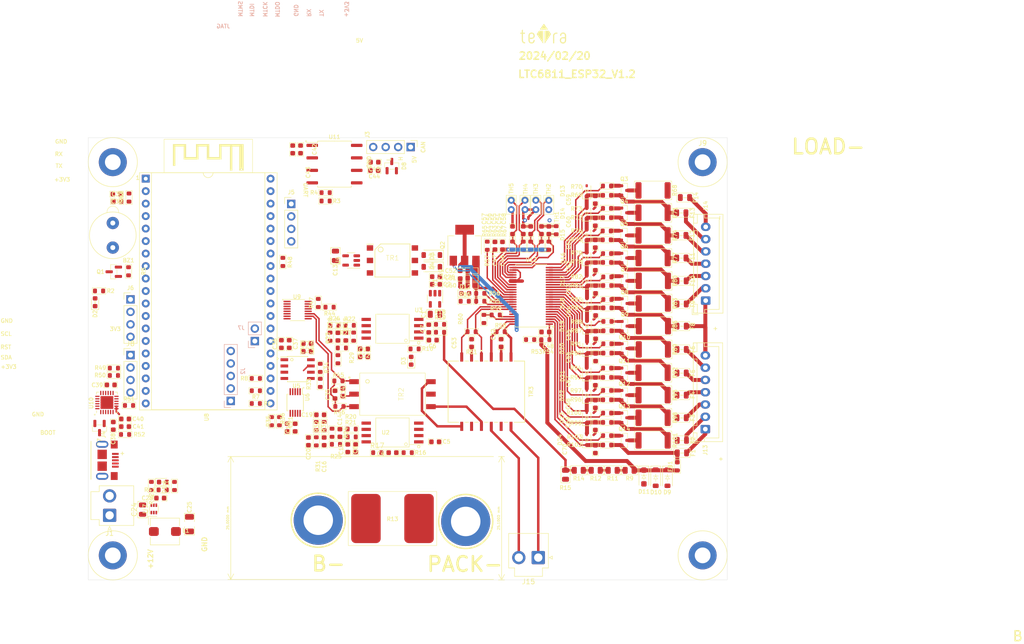
<source format=kicad_pcb>
(kicad_pcb (version 20221018) (generator pcbnew)
  (layers (0 "F.Cu" signal) (31 "B.Cu" signal) (34 "B.Paste" user) (35 "F.Paste" user) (36 "B.SilkS" user "B.Silkscreen") (37 "F.SilkS" user "F.Silkscreen") (38 "B.Mask" user) (39 "F.Mask" user) (44 "Edge.Cuts" user))
  (net 0 "")
  (net 1 "+3V3")
  (net 2 "/PowerMonitor/ISO+5V")
  (net 3 "Net-(D4-K)")
  (net 4 "GND")
  (net 5 "Net-(U2-VINP)")
  (net 6 "Net-(U2-VINN)")
  (net 7 "Net-(U3-VINP)")
  (net 8 "Net-(U3-VINN)")
  (net 9 "Net-(C14-Pad1)")
  (net 10 "Net-(C14-Pad2)")
  (net 11 "Net-(C15-Pad1)")
  (net 12 "Net-(C15-Pad2)")
  (net 13 "Net-(C16-Pad1)")
  (net 14 "Net-(C16-Pad2)")
  (net 15 "Net-(C17-Pad1)")
  (net 16 "Net-(C17-Pad2)")
  (net 17 "/LTC6811/Vref2")
  (net 18 "Net-(U6-Vin+)")
  (net 19 "Net-(U6-Vin-)")
  (net 20 "/LTC6811/Vreg")
  (net 21 "/LTC6811/T2")
  (net 22 "/LTC6811/T3")
  (net 23 "/LTC6811/T4")
  (net 24 "/LTC6811/T5")
  (net 25 "/LTC6811/T1")
  (net 26 "/LTC6811/cell1/C")
  (net 27 "/LTC6811/cell2/C")
  (net 28 "/USB/Vusb")
  (net 29 "/LTC6811/cell3/C")
  (net 30 "/CAN/5V_CAN")
  (net 31 "/CAN/CAN_GND")
  (net 32 "/LTC6811/cell4/C")
  (net 34 "Net-(C34-Pad1)")
  (net 35 "Net-(C35-Pad2)")
  (net 36 "/LTC6811/cell5/C")
  (net 37 "/LTC6811/cell6/C")
  (net 38 "/LTC6811/cell7/C")
  (net 39 "/LTC6811/cell8/C")
  (net 40 "/LTC6811/cell10/CM")
  (net 41 "/LTC6811/cell10/C")
  (net 42 "/LTC6811/cell11/C")
  (net 43 "/LTC6811/cell12/C")
  (net 44 "Net-(U10-VPP)")
  (net 45 "Net-(U12-Vref1)")
  (net 46 "Net-(U12-V+)")
  (net 47 "Net-(C49-Pad1)")
  (net 48 "Net-(C53-Pad1)")
  (net 49 "Net-(D3-A)")
  (net 50 "Net-(D12-K)")
  (net 52 "/MCU/CAN_TX")
  (net 53 "/PowerMonitor/VBAT_SENSE")
  (net 54 "/MCU/CAN_RX")
  (net 55 "/MCU/Boot")
  (net 56 "/MCU/NRST")
  (net 57 "Net-(Q10-G)")
  (net 58 "Net-(Q10-D)")
  (net 59 "Net-(R11-Pad1)")
  (net 60 "Net-(R11-Pad2)")
  (net 61 "Net-(R12-Pad2)")
  (net 62 "Net-(R14-Pad2)")
  (net 63 "Net-(D1-A)")
  (net 64 "Net-(D2-A)")
  (net 65 "Net-(U2-VOUTN)")
  (net 66 "/BAT+")
  (net 67 "Net-(U2-VOUTP)")
  (net 68 "/LTC6811/cell12/C+")
  (net 69 "/LTC6811/cell11/C+")
  (net 70 "/LTC6811/cell10/C+")
  (net 71 "/LTC6811/cell10/C-")
  (net 72 "/LTC6811/cell8/C+")
  (net 73 "/LTC6811/cell7/C+")
  (net 74 "/LTC6811/cell6/C+")
  (net 75 "/LTC6811/cell5/C+")
  (net 76 "/LTC6811/cell4/C+")
  (net 77 "/LTC6811/cell3/C+")
  (net 78 "/LTC6811/cell2/C+")
  (net 79 "/LTC6811/cell1/C+")
  (net 80 "/USB/D-")
  (net 81 "/USB/D+")
  (net 82 "Net-(U3-VOUTN)")
  (net 83 "Net-(U3-VOUTP)")
  (net 84 "/MCU/MTMS")
  (net 85 "/MCU/MTDI")
  (net 86 "/MCU/MTCK")
  (net 87 "/MCU/MTDO")
  (net 88 "Net-(U9-ICMP)")
  (net 89 "Net-(U9-IP)")
  (net 90 "Net-(U9-IM)")
  (net 91 "/MCU/LED0")
  (net 92 "/MCU/BUZZER")
  (net 93 "Net-(U9-IBIAS)")
  (net 94 "Net-(U10-TXD)")
  (net 95 "Net-(U10-RXD)")
  (net 96 "Net-(U10-~{RST})")
  (net 97 "Net-(U12-ISOMD)")
  (net 98 "Net-(U12-WDT)")
  (net 99 "Net-(U12-DTEN)")
  (net 100 "Net-(U12-IBIAS)")
  (net 101 "Net-(U12-ICMP)")
  (net 102 "Net-(Q3-D)")
  (net 103 "Net-(Q3-G)")
  (net 104 "/MCU/MISO")
  (net 105 "Net-(Q4-D)")
  (net 106 "/MCU/OLED_SDA")
  (net 107 "/MCU/OLED_RST")
  (net 108 "Net-(Q4-G)")
  (net 109 "Net-(Q5-D)")
  (net 110 "/MCU/OLED_SCL")
  (net 111 "Net-(Q5-G)")
  (net 112 "Net-(Q6-D)")
  (net 113 "Net-(Q6-G)")
  (net 114 "/LTC6811/IPA")
  (net 115 "/LTC6811/IMA")
  (net 116 "Net-(Q11-D)")
  (net 117 "/LTC6811/cell1/S")
  (net 118 "Net-(Q11-G)")
  (net 119 "Net-(Q12-D)")
  (net 120 "/LTC6811/cell2/S")
  (net 121 "Net-(Q12-G)")
  (net 122 "Net-(Q13-D)")
  (net 123 "/LTC6811/cell3/S")
  (net 124 "Net-(Q13-G)")
  (net 125 "Net-(Q14-D)")
  (net 126 "/LTC6811/cell4/S")
  (net 127 "Net-(Q14-G)")
  (net 128 "Net-(Q7-D)")
  (net 129 "/LTC6811/cell5/S")
  (net 130 "Net-(Q7-G)")
  (net 131 "Net-(Q8-D)")
  (net 132 "/LTC6811/cell6/S")
  (net 133 "Net-(Q8-G)")
  (net 134 "Net-(Q9-D)")
  (net 135 "/LTC6811/cell7/S")
  (net 136 "Net-(Q9-G)")
  (net 137 "/LTC6811/cell8/S")
  (net 139 "/LTC6811/cell9/S")
  (net 140 "/LTC6811/cell10/S")
  (net 141 "/LTC6811/cell11/S")
  (net 144 "/LTC6811/cell12/S")
  (net 147 "/MCU/RX_USB")
  (net 149 "/MCU/TX_USB")
  (net 155 "/MCU/5V")
  (net 160 "/MCU/SS")
  (net 161 "/MCU/SCK")
  (net 162 "/MCU/MOSI")
  (net 163 "Net-(BZ1-+)")
  (net 164 "/MCU/SCL")
  (net 165 "/MCU/SDA")
  (net 166 "/LTC6811/C12")
  (net 167 "/LTC6811/C11")
  (net 168 "/LTC6811/C10")
  (net 169 "/LTC6811/C9")
  (net 170 "/LTC6811/C8")
  (net 171 "/LTC6811/C7")
  (net 172 "/LTC6811/C1_G")
  (net 173 "/LTC6811/C6")
  (net 174 "/LTC6811/C5")
  (net 175 "Net-(U4-D2)")
  (net 176 "Net-(U4-D1)")
  (net 177 "/LTC6811/C4")
  (net 178 "/LTC6811/C3")
  (net 179 "/LTC6811/C2")
  (net 180 "/LTC6811/C1")
  (net 181 "Net-(U5B--)")
  (net 182 "Net-(D4-A)")
  (net 183 "Net-(D5-A)")
  (net 184 "/MA")
  (net 185 "/CAN/CANL")
  (net 186 "/CAN/CANH")
  (net 187 "/CAN/CAN_TX")
  (net 188 "/CAN/CAN_RX")
  (net 189 "/LTC6811/DRIVE")
  (net 191 "/PA")
  (net 212 "Net-(U5B-+)")
  (net 215 "GND_PACK")
  (net 217 "Net-(C22-Pad1)")
  (net 218 "Net-(J15-Pin_2)")
  (net 219 "Net-(J15-Pin_1)")
  (net 220 "/LTC6811/IPB")
  (net 221 "/LTC6811/IMB")
  (net 223 "+12V")
  (net 224 "/PowerSupply/+12V")
  (net 225 "Net-(U7-SW)")
  (net 226 "Net-(U7-BST)")
  (net 227 "Net-(U7-FB)")
  (net 228 "VDD")
  (net 229 "/PowerMonitor/BAT-")
  (footprint "Capacitor_SMD:C_0603_1608Metric" (layer "F.Cu") (at 141.1 92.3 90)
    (fp_text reference "C53")
    (fp_text value "100pF 100V")
  )
  (footprint "Resistor_SMD:R_0603_1608Metric" (layer "F.Cu") (at 121.9 114.6)
    (fp_text reference "R17")
    (fp_text value "1K")
  )
  (footprint "Resistor_SMD:R_0603_1608Metric" (layer "F.Cu") (at 168.675 113.05)
    (fp_text reference "R102")
    (fp_text value "100R")
  )
  (footprint "Resistor_SMD:R_2512_6332Metric" (layer "F.Cu") (at 178.025 102.9 180)
    (fp_text reference "R95")
    (fp_text value "36R 1W 2512")
  )
  (footprint "Resistor_SMD:R_0603_1608Metric" (layer "F.Cu") (at 109.9 84.15 -90)
    (fp_text reference "R47")
    (fp_text value "1.2K")
  )
  (footprint "LED_SMD:LED_0603_1608Metric" (layer "F.Cu") (at 128.8 95.9 90)
    (fp_text reference "D3")
    (fp_text value "LED Red")
  )
  (footprint "Package_TO_SOT_SMD:SOT-23" (layer "F.Cu") (at 172.225 93.4)
    (fp_text reference "Q10")
    (fp_text value "TSM2323")
  )
  (footprint "Capacitor_SMD:C_0603_1608Metric" (layer "F.Cu") (at 166.275 100.1 -90)
    (fp_text reference "C67")
    (fp_text value "100nF 100V")
  )
  (footprint "Package_TO_SOT_SMD:SOT-223" (layer "F.Cu") (at 139.68 72.393553 90)
    (fp_text reference "Q2")
    (fp_text value "NSV1C201MZ4")
  )
  (footprint "Resistor_SMD:R_0805_2012Metric" (layer "F.Cu") (at 160.2 119.1 -90)
    (fp_text reference "R15")
    (fp_text value "1KΩ ±0.1% 250mW")
  )
  (footprint "Resistor_SMD:R_0603_1608Metric" (layer "F.Cu") (at 97.2 99.5 180)
    (fp_text reference "R8")
    (fp_text value "4.7K")
  )
  (footprint "Resistor_SMD:R_0603_1608Metric" (layer "F.Cu") (at 168.6 69.5)
    (fp_text reference "R76")
    (fp_text value "3.3K")
  )
  (footprint "Connector_USB:Micro_USB_B-2013499-1" (layer "F.Cu") (at 66.29045 116.155 -90)
    (fp_text reference "J4")
    (fp_text value "USB")
  )
  (footprint "Package_TO_SOT_SMD:SOT-23" (layer "F.Cu") (at 172.1625 75)
    (fp_text reference "Q6")
    (fp_text value "TSM2323")
  )
  (footprint "Resistor_SMD:R_0805_2012Metric" (layer "F.Cu") (at 162.9 118.2 180)
    (fp_text reference "R14")
    (fp_text value "470KΩ ±0.1% 250mW")
  )
  (footprint "Resistor_SMD:R_0603_1608Metric" (layer "F.Cu") (at 97.2 102)
    (fp_text reference "R7")
    (fp_text value "4.7K")
  )
  (footprint "Resistor_SMD:R_PSR500HTQFB0L10_Metric_Pad5.2x8.75mm_HandSolder" (layer "F.Cu") (at 125 128 180)
    (fp_text reference "R13")
    (fp_text value "0.1MR  1% 15W ")
  )
  (footprint "Resistor_SMD:R_0603_1608Metric" (layer "F.Cu") (at 168.675 106.55)
    (fp_text reference "R100")
    (fp_text value "3.3K")
  )
  (footprint "MountingHole:MountingHole_3.2mm_M3_ISO7380_Pad" (layer "F.Cu") (at 188.1 55.5)
    (fp_text reference "J9")
    (fp_text value "Hole /NC")
  )
  (footprint "Connector_JST:JST_XH_B7B-XH-A_1x07_P2.50mm_Vertical_BAT_6S" (layer "F.Cu") (at 188.725 83.6625 90)
    (fp_text reference "J14")
    (fp_text value "B7B-XH-A")
  )
  (footprint "Resistor_SMD:R_0603_1608Metric" (layer "F.Cu") (at 168.675 103.85)
    (fp_text reference "R96")
    (fp_text value "100R")
  )
  (footprint "Fuse:Fuse_0805_2012Metric" (layer "F.Cu") (at 183.825 93.6 180)
    (fp_text reference "F6")
    (fp_text value "MPZ2012S102ATD25")
  )
  (footprint "Fuse:Fuse_0805_2012Metric" (layer "F.Cu") (at 183.825 107.5 180)
    (fp_text reference "F3")
    (fp_text value "MPZ2012S102ATD25")
  )
  (footprint "Capacitor_SMD:C_0603_1608Metric" (layer "F.Cu") (at 110.3 106.9)
    (fp_text reference "C19")
    (fp_text value "100nF 100V")
  )
  (footprint "Capacitor_SMD:C_0603_1608Metric" (layer "F.Cu") (at 111.1 112.3 -90)
    (fp_text reference "C16")
    (fp_text value "220pF 50V")
  )
  (footprint "Capacitor_SMD:C_0603_1608Metric" (layer "F.Cu") (at 119.2 95.1)
    (fp_text reference "C12")
    (fp_text value "2.2uF 16V")
  )
  (footprint "Resistor_SMD:R_0603_1608Metric" (layer "F.Cu") (at 168.675 108.45)
    (fp_text reference "R99")
    (fp_text value "100R")
  )
  (footprint "Capacitor_SMD:C_0805_2012Metric" (layer "F.Cu") (at 113.4 74.55 90)
    (fp_text reference "C13")
    (fp_text value "10uF 25V")
  )
  (footprint "Connector_PinHeader_2.54mm:PinHeader_1x04_P2.54mm_Vertical" (layer "F.Cu") (at 128.695 52.425 -90)
    (fp_text reference "J3")
    (fp_text value "CAN /NC")
  )
  (footprint "Diode_SMD:D_SOD-323" (layer "F.Cu") (at 164.525 79.7 90)
    (fp_text reference "D17")
    (fp_text value "PDZ7.5B")
  )
  (footprint "Diode_SMD:D_SOD-323" (layer "F.Cu") (at 164.5125 61.35 90)
    (fp_text reference "D13")
    (fp_text value "PDZ7.5B")
  )
  (footprint "Resistor_SMD:R_0603_1608Metric" (layer "F.Cu") (at 168.65 60.35)
    (fp_text reference "R70")
    (fp_text value "3.3K")
  )
  (footprint "Capacitor_SMD:C_0603_1608Metric" (layer "F.Cu") (at 166.275 76.7 -90)
    (fp_text reference "C62")
    (fp_text value "100nF 100V")
  )
  (footprint "Connector_PinHeader_2.54mm:PinHeader_1x04_P2.54mm_Vertical" (layer "F.Cu") (at 71.7 94.745)
    (fp_text reference "J8")
    (fp_text value "SERIAL /NC")
  )
  (footprint "Resistor_SMD:R_0603_1608Metric" (layer "F.Cu") (at 153.1125 72.498553 -90)
    (fp_text reference "R63")
    (fp_text value "100K")
  )
  (footprint "Resistor_SMD:R_0603_1608Metric" (layer "F.Cu") (at 114.7 93.3 180)
    (fp_text reference "R27")
    (fp_text value "1K")
  )
  (footprint "Resistor_SMD:R_2512_6332Metric" (layer "F.Cu") (at 178.025 98.35 180)
    (fp_text reference "R92")
    (fp_text value "36R 1W 2512")
  )
  (footprint "Package_TO_SOT_SMD:SOT-23" (layer "F.Cu") (at 172.15 65.8)
    (fp_text reference "Q4")
    (fp_text value "TSM2323")
  )
  (footprint "MountingHole:MountingHole_3.2mm_M3_ISO7380_Pad" (layer "F.Cu") (at 68.1 135.5 90)
    (fp_text reference "J12" hide)
    (fp_text value "Hole /NC")
  )
  (footprint "Capacitor_SMD:C_0603_1608Metric" (layer "F.Cu") (at 115.5 91 -90)
    (fp_text reference "C15")
    (fp_text value "2.2nF 16V")
  )
  (footprint "Capacitor_SMD:C_0603_1608Metric" (layer "F.Cu") (at 166.2625 72.1 -90)
    (fp_text reference "C61")
    (fp_text value "100nF 100V")
  )
  (footprint "PCM_4ms_Package_SOIC:SOIC-8_3.9x4.9mm_Pitch1.27mm" (layer "F.Cu") (at 105.7 97.6)
    (fp_text reference "U5")
    (fp_text value "OPA2197IDR" hide)
  )
  (footprint "Resistor_SMD:R_0603_1608Metric" (layer "F.Cu") (at 141.1 90 180)
    (fp_text reference "R61")
    (fp_text value "100R")
  )
  (footprint "Resistor_SMD:R_0603_1608Metric" (layer "F.Cu") (at 143.6 87.4 -90)
    (fp_text reference "R60")
    (fp_text value "806R")
  )
  (footprint "Resistor_SMD:R_0603_1608Metric" (layer "F.Cu") (at 114 100)
    (fp_text reference "R45")
    (fp_text value "51R")
  )
  (footprint "Resistor_THT:R_Axial_DIN0204_L3.6mm_D1.6mm_P1.90mm_Vertical" (layer "F.Cu") (at 156.7925 63.263553 -90)
    (fp_text reference "TH2")
    (fp_text value "100K NTC")
  )
  (footprint "Resistor_SMD:R_0603_1608Metric" (layer "F.Cu") (at 111.4 61.7)
    (fp_text reference "R4")
    (fp_text value "0")
  )
  (footprint "Capacitor_SMD:C_0603_1608Metric" (layer "F.Cu") (at 132.375 89.35 90)
    (fp_text reference "C7")
    (fp_text value "330pF 100V")
  )
  (footprint "Diode_SMD:D_SOD-323" (layer "F.Cu") (at 164.575 93.4 90)
    (fp_text reference "D20")
    (fp_text value "PDZ7.5B")
  )
  (footprint "Diode_SMD:D_SOD-323" (layer "F.Cu") (at 164.525 98.4 90)
    (fp_text reference "D21")
    (fp_text value "PDZ7.5B")
  )
  (footprint "Resistor_SMD:R_0603_1608Metric" (layer "F.Cu") (at 113.2 88.7 180)
    (fp_text reference "R26")
    (fp_text value "1K")
  )
  (footprint "Resistor_SMD:R_0603_1608Metric" (layer "F.Cu") (at 116.3 88.7)
    (fp_text reference "R22")
    (fp_text value "100R")
  )
  (footprint "Resistor_SMD:R_0603_1608Metric" (layer "F.Cu") (at 151.6125 72.498553 -90)
    (fp_text reference "R64")
    (fp_text value "100K")
  )
  (footprint "Resistor_SMD:R_0603_1608Metric" (layer "F.Cu") (at 111.4 63.4 180)
    (fp_text reference "R3")
    (fp_text value "0")
  )
  (footprint "Capacitor_SMD:C_0603_1608Metric" (layer "F.Cu") (at 69 63.5)
    (fp_text reference "C33")
    (fp_text value "100nF 50V")
  )
  (footprint "Resistor_SMD:R_0603_1608Metric" (layer "F.Cu") (at 116.7 111.4)
    (fp_text reference "R21")
    (fp_text value "100R")
  )
  (footprint "Capacitor_SMD:C_0603_1608Metric" (layer "F.Cu") (at 125 114.6 180)
    (fp_text reference "C4")
    (fp_text value "330pF 100V")
  )
  (footprint "Battery:Battery_6mm×10mm_Cell_half_2" (layer "F.Cu") (at 139.9 128.6 180)
    (fp_text reference "BAT1" hide)
    (fp_text value "BAT-")
  )
  (footprint "Package_TO_SOT_SMD:SOT-23" (layer "F.Cu") (at 124.85 56.3 90)
    (fp_text reference "D8")
    (fp_text value "ESD24VS2U")
  )
  (footprint "Capacitor_SMD:C_0603_1608Metric" (layer "F.Cu") (at 149.4225 69.348553 90)
    (fp_text reference "C57")
    (fp_text value "100nF 100V")
  )
  (footprint "Resistor_SMD:R_0603_1608Metric" (layer "F.Cu") (at 68.325 98.9)
    (fp_text reference "R50")
    (fp_text value "240R")
  )
  (footprint "Resistor_SMD:R_0603_1608Metric" (layer "F.Cu") (at 78.25 122.175 180)
    (fp_text reference "R41")
    (fp_text value "45.3K")
  )
  (footprint "Resistor_SMD:R_0603_1608Metric" (layer "F.Cu") (at 156.1 91.6)
    (fp_text reference "R54")
    (fp_text value "100R")
  )
  (footprint "Capacitor_SMD:C_0603_1608Metric" (layer "F.Cu") (at 141.08 80.593553 180)
    (fp_text reference "C50")
    (fp_text value "1uF 25V")
  )
  (footprint "Capacitor_SMD:C_0603_1608Metric" (layer "F.Cu") (at 166.325 90.65 -90)
    (fp_text reference "C65")
    (fp_text value "100nF 100V")
  )
  (footprint "Transformer_SMD:HM2102NL_PUL" (layer "F.Cu") (at 144.1 102.2 90)
    (fp_text reference "TR3")
    (fp_text value "HM2102NL")
  )
  (footprint "Fuse:Fuse_0805_2012Metric" (layer "F.Cu") (at 183.8875 114.65 180)
    (fp_text reference "F1")
    (fp_text value "MPZ2012S102ATD25")
  )
  (footprint "Capacitor_SMD:C_0603_1608Metric" (layer "F.Cu") (at 141.08 77.593553 180)
    (fp_text reference "C52")
    (fp_text value "1uF 25V")
  )
  (footprint "Resistor_SMD:R_0805_2012Metric" (layer "F.Cu") (at 166.35 118.2 180)
    (fp_text reference "R12")
    (fp_text value "470KΩ ±0.1% 250mW")
  )
  (footprint "Resistor_SMD:R_0603_1608Metric" (layer "F.Cu") (at 71.4 105 180)
    (fp_text reference "R51")
    (fp_text value "10K")
  )
  (footprint "Resistor_SMD:R_0603_1608Metric" (layer "F.Cu") (at 168.725 94.35)
    (fp_text reference "R90")
    (fp_text value "100R")
  )
  (footprint "Package_SO:MSOP-16_3x4mm_P0.5mm" (layer "F.Cu") (at 105.7 85.6)
    (fp_text reference "U9")
    (fp_text value "LTC6820")
  )
  (footprint "Resistor_SMD:R_0603_1608Metric" (layer "F.Cu") (at 168.675 97.4)
    (fp_text reference "R94")
    (fp_text value "3.3K")
  )
  (footprint "Diode_SMD:D_SOD-123" (layer "F.Cu") (at 133 74.4 180)
    (fp_text reference "D5")
    (fp_text value "MBR0520")
  )
  (footprint "Resistor_SMD:R_2512_6332Metric" (layer "F.Cu") (at 178.025 70.4 180)
    (fp_text reference "R74")
    (fp_text value "36R 1W 2512")
  )
  (footprint "Diode_SMD:D_SOD-323" (layer "F.Cu") (at 164.575 84.25 90)
    (fp_text reference "D18")
    (fp_text value "PDZ7.5B")
  )
  (footprint "Resistor_SMD:R_0603_1608Metric" (layer "F.Cu") (at 168.6625 75.9)
    (fp_text reference "R78")
    (fp_text value "100R")
  )
  (footprint "Capacitor_SMD:C_0603_1608Metric" (layer "F.Cu") (at 166.275 109.2 -90)
    (fp_text reference "C69")
    (fp_text value "100nF 100V")
  )
  (footprint "Capacitor_SMD:C_0603_1608Metric" (layer "F.Cu") (at 145.845 72.501053 90)
    (fp_text reference "C47")
    (fp_text value "1uF 25V")
  )
  (footprint "Resistor_SMD:R_0603_1608Metric" (layer "F.Cu") (at 142.855 83.793553 180)
    (fp_text reference "R55")
    (fp_text value "0")
  )
  (footprint "Resistor_SMD:R_0603_1608Metric" (layer "F.Cu") (at 168.7375 87.9125)
    (fp_text reference "R88")
    (fp_text value "3.3K")
  )
  (footprint "Fuse:Fuse_0805_2012Metric" (layer "F.Cu") (at 183.825 98.4 180)
    (fp_text reference "F5")
    (fp_text value "MPZ2012S102ATD25")
  )
  (footprint "Diode_SMD:D_SOD-323" (layer "F.Cu") (at 164.5125 65.9 90)
    (fp_text reference "D14")
    (fp_text value "PDZ7.5B")
  )
  (footprint "Connector_JST:JST_VH_B2P-VH-B_1x02_P3.96mm_Vertical" (layer "F.Cu") (at 154.6575 135.95 180)
    (fp_text reference "J15")
    (fp_text value "PB MB")
  )
  (footprint "Resistor_SMD:R_2512_6332Metric" (layer "F.Cu") (at 178.075 79.65 180)
    (fp_text reference "R80")
    (fp_text value "36R 1W 2512")
  )
  (footprint "Resistor_SMD:R_0603_1608Metric" (layer "F.Cu") (at 168.725 85.15)
    (fp_text reference "R84")
    (fp_text value "100R")
  )
  (footprint "Diode_SMD:D_SOD-123" (layer "F.Cu") (at 180.95 119.7 -90)
    (fp_text reference "D9")
    (fp_text value "1N4148W")
  )
  (footprint "Resistor_SMD:R_0603_1608Metric" (layer "F.Cu") (at 111.1 109.2 -90)
    (fp_text reference "R30")
    (fp_text value "3.3K")
  )
  (footprint "Capacitor_SMD:C_0603_1608Metric" (layer "F.Cu") (at 133.85 80.35 180)
    (fp_text reference "C2")
    (fp_text value "100nF 100V")
  )
  (footprint "Resistor_SMD:R_0603_1608Metric" (layer "F.Cu") (at 65.3 81.7)
    (fp_text reference "R2")
    (fp_text value "470R")
  )
  (footprint "Package_TO_SOT_SMD:SOT-23" (layer "F.Cu") (at 172.2 79.65)
    (fp_text reference "Q7")
    (fp_text value "TSM2323")
  )
  (footprint "Resistor_SMD:R_0603_1608Metric" (layer "F.Cu") (at 168.7125 78.85)
    (fp_text reference "R82")
    (fp_text value "3.3K")
  )
  (footprint "Resistor_SMD:R_0603_1608Metric" (layer "F.Cu") (at 100.4 108.2 90)
    (fp_text reference "R35")
    (fp_text value "4.7K")
  )
  (footprint "Package_SO:SOP-8_6.62x9.15mm_P2.54mm" (layer "F.Cu") (at 113.2 55.9)
    (fp_text reference "U11")
    (fp_text value "ISO1050DUBR")
  )
  (footprint "Resistor_SMD:R_0603_1608Metric" (layer "F.Cu") (at 168.725 83.45)
    (fp_text reference "R85")
    (fp_text value "3.3K")
  )
  (footprint "Package_DFN_QFN:HVQFN-24-1EP_4x4mm_P0.5mm_EP2.6x2.6mm" (layer "F.Cu") (at 66.9 104.4 90)
    (fp_text reference "U10")
    (fp_text value "CP2104")
  )
  (footprint "Resistor_SMD:R_0603_1608Metric" (layer "F.Cu") (at 112.3 91 -90)
    (fp_text reference "R28")
    (fp_text value "5.6K")
  )
  (footprint "Package_TO_SOT_SMD:SOT-23" (layer "F.Cu") (at 65.4 109.6 -90)
    (fp_text reference "D7")
    (fp_text value "ESD24VS2U")
  )
  (footprint "Package_TO_SOT_SMD:SOT-23" (layer "F.Cu") (at 172.225 84.25)
    (fp_text reference "Q8")
    (fp_text value "TSM2323")
  )
  (footprint "Resistor_SMD:R_0603_1608Metric" (layer "F.Cu") (at 146.005 86.581053 180)
    (fp_text reference "R59")
    (fp_text value "1.2K")
  )
  (footprint "Resistor_SMD:R_0603_1608Metric" (layer "F.Cu") (at 102.7 75.8 -90)
    (fp_text reference "R48")
    (fp_text value "2K")
  )
  (footprint "Resistor_SMD:R_0603_1608Metric" (layer "F.Cu") (at 71.3 77.7 -90)
    (fp_text reference "R5")
    (fp_text value "1.5K")
  )
  (footprint "Resistor_SMD:R_0603_1608Metric" (layer "F.Cu") (at 168.6625 74.1)
    (fp_text reference "R79")
    (fp_text value "3.3K")
  )
  (footprint "Fuse:Fuse_0805_2012Metric" (layer "F.Cu") (at 183.775 75 180)
    (fp_text reference "F11")
    (fp_text value "MPZ2012S102ATD25")
  )
  (footprint "Resistor_SMD:R_0603_1608Metric" (layer "F.Cu") (at 142.855 82.193553 180)
    (fp_text reference "R56")
    (fp_text value "1M")
  )
  (footprint "Resistor_SMD:R_0603_1608Metric" (layer "F.Cu") (at 153 91.6 180)
    (fp_text reference "R53")
    (fp_text value "100R")
  )
  (footprint "MountingHole:MountingHole_3.2mm_M3_ISO7380_Pad" (layer "F.Cu") (at 188.1 135.5)
    (fp_text reference "J10" hide)
    (fp_text value "Hole /NC")
  )
  (footprint "Package_SO:SSO-8_6.8x5.9mm_P1.27mm_Clearance8mm" (layer "F.Cu") (at 125 89.4 180)
    (fp_text reference "U3")
    (fp_text value "AMC1301")
  )
  (footprint "Capacitor_SMD:C_0603_1608Metric" (layer "F.Cu") (at 153.1125 69.348553 90)
    (fp_text reference "C55")
    (fp_text value "100nF 100V")
  )
  (footprint "Package_TO_SOT_SMD:SOT-23" (layer "F.Cu") (at 172.1 70.4)
    (fp_text reference "Q5")
    (fp_text value "TSM2323")
  )
  (footprint "Resistor_SMD:R_2512_6332Metric" (layer "F.Cu") (at 178.0125 61.25 180)
    (fp_text reference "R68")
    (fp_text value "36R 1W 2512")
  )
  (footprint "Connector_PinHeader_2.54mm:PinHeader_1x04_P2.54mm_Vertical" (layer "F.Cu") (at 71.7 83.42)
    (fp_text reference "J6")
    (fp_text value "JTAG /NC" hide)
  )
  (footprint "Capacitor_SMD:C_0805_2012Metric" (layer "F.Cu") (at 74.15 126.1925 90)
    (fp_text reference "C24")
    (fp_text value "10uF 25V")
  )
  (footprint "Capacitor_SMD:C_0603_1608Metric" (layer "F.Cu") (at 104.7 52.9 -90)
    (fp_text reference "C43")
    (fp_text value "100nF 100V")
  )
  (footprint "Resistor_SMD:R_0603_1608Metric" (layer "F.Cu") (at 75.95 121.375 90)
    (fp_text reference "R42")
    (fp_text value "10K")
  )
  (footprint "Package_TO_SOT_SMD:SOT-23" (layer "F.Cu") (at 172.225 88.8625)
    (fp_text reference "Q9")
    (fp_text value "TSM2323")
  )
  (footprint "Package_TO_SOT_SMD:SOT-23-5" (layer "F.Cu") (at 116.6 75.5 180)
    (fp_text reference "U4")
    (fp_text value "SN6501DBV")
  )
  (footprint "Resistor_SMD:R_0603_1608Metric" (layer "F.Cu") (at 113.5 112.9 180)
    (fp_text reference "R25")
    (fp_text value "1K")
  )
  (footprint "Resistor_THT:R_Axial_DIN0204_L3.6mm_D1.6mm_P1.90mm_Vertical" (layer "F.Cu") (at 151.9625 63.253553 -90)
    (fp_text reference "TH4")
    (fp_text value "100K NTC")
  )
  (footprint "Capacitor_SMD:C_0603_1608Metric" (layer "F.Cu") (at 70.6 107.75)
    (fp_text reference "C40")
    (fp_text value "100nF 100V")
  )
  (footprint "Package_TO_SOT_SMD:SOT-23-5" (layer "F.Cu") (at 133.65 83.3 -90)
    (fp_text reference "U1")
    (fp_text value "TPS76350")
  )
  (footprint "Resistor_SMD:R_0603_1608Metric" (layer "F.Cu") (at 134.675 90.1 180)
    (fp_text reference "R19")
    (fp_text value "10R")
  )
  (footprint "Connector_PinHeader_2.54mm:PinHeader_1x04_P2.54mm_Vertical" (layer "F.Cu") (at 104.4 64)
    (fp_text reference "J5")
    (fp_text value "UART /NC")
  )
  (footprint "Capacitor_SMD:C_0603_1608Metric" (layer "F.Cu") (at 105.2 109.5 90)
    (fp_text reference "C18")
    (fp_text value "100nF 100V")
  )
  (footprint "Fuse:Fuse_0805_2012Metric" (layer "F.Cu") (at 184.5 62.7 180)
    (fp_text reference "F14")
    (fp_text value "MPZ2012S102ATD25")
  )
  (footprint "RF_Module:ESP32-DevKitc V4_DIP-38_27.9mm×48.2mm" (layer "F.Cu") (at 73.53 105.85)
    (fp_text reference "U8")
    (fp_text value "ESP32-DevKitC V4" hide)
  )
  (footprint "Capacitor_SMD:C_0603_1608Metric" (layer "F.Cu") (at 67.68 100.82)
    (fp_text reference "C39")
    (fp_text value "4.7uF 16V")
  )
  (footprint "Diode_SMD:D_SOD-323" (layer "F.Cu") (at 164.525 102.95 90)
    (fp_text reference "D22")
    (fp_text value "PDZ7.5B")
  )
  (footprint "Diode_SMD:D_SOD-323" (layer "F.Cu") (at 164.525 112 90)
    (fp_text reference "D24")
    (fp_text value "PDZ7.5B")
  )
  (footprint "Resistor_SMD:R_0603_1608Metric" (layer "F.Cu") (at 168.7375 89.8125)
    (fp_text reference "R87")
    (fp_text value "100R")
  )
  (footprint "Connector_JST:JST_VH_B2P-VH-B_1x02_P3.96mm_Vertical" (layer "F.Cu") (at 67.45 127.3575 90)
    (fp_text reference "J1")
    (fp_text value "PB MB")
  )
  (footprint "Capacitor_SMD:C_0603_1608Metric" (layer "F.Cu") (at 113.9 91 -90)
    (fp_text reference "C17")
    (fp_text value "220pF 50V")
  )
  (footprint "Capacitor_SMD:C_0603_1608Metric" (layer "F.Cu") (at 68.9 62)
    (fp_text reference "C32")
    (fp_text value "100nF 50V")
  )
  (footprint "Resistor_SMD:R_0603_1608Metric" (layer "F.Cu") (at 71.4 62.7 -90)
    (fp_text reference "R43")
    (fp_text value "10K")
  )
  (footprint "Resistor_SMD:R_0603_1608Metric" (layer "F.Cu") (at 134.675 88.5)
    (fp_text reference "R18")
    (fp_text value "1K")
  )
  (footprint "Diode_SMD:D_SOD-323" (layer "F.Cu") (at 164.525 74.95 90)
    (fp_text reference "D16")
    (fp_text value "PDZ7.5B")
  )
  (footprint "Diode_SMD:D_SOD-323" (layer "F.Cu") (at 164.5125 70.2875 90)
    (fp_text reference "D15")
    (fp_text value "PDZ7.5B")
  )
  (footprint "Capacitor_SMD:C_0603_1608Metric" (layer "F.Cu") (at 166.325 95.2 -90)
    (fp_text reference "C66")
    (fp_text value "100nF 100V")
  )
  (footprint "Fuse:Fuse_0805_2012Metric" (layer "F.Cu") (at 183.825 88.8625 180)
    (fp_text reference "F8")
    (fp_text value "MPZ2012S102ATD25")
  )
  (footprint "Capacitor_SMD:C_0603_1608Metric" (layer "F.Cu") (at 166.275 113.9 -90)
    (fp_text reference "C70")
    (fp_text value "100nF 100V")
  )
  (footprint "Resistor_SMD:R_2512_6332Metric" (layer "F.Cu") (at 178.025 75 180)
    (fp_text reference "R77")
    (fp_text value "36R 1W 2512")
  )
  (footprint "Package_TO_SOT_SMD:SOT-23" (layer "F.Cu") (at 172.175 102.9)
    (fp_text reference "Q12")
    (fp_text value "TSM2323")
  )
  (footprint "Fuse:Fuse_0805_2012Metric" (layer "F.Cu") (at 183.7625 65.8 180)
    (fp_text reference "F13")
    (fp_text value "MPZ2012S102ATD25")
  )
  (footprint "Resistor_SMD:R_0603_1608Metric" (layer "F.Cu") (at 155.3125 72.498553 -90)
    (fp_text reference "R62")
    (fp_text value "100K")
  )
  (footprint "Symbol:teTra-LOGO" (layer "F.Cu") (at 155.8 29.4)
    (fp_text reference "LOGO1" hide)
    (fp_text value "teTra /NC" hide)
  )
  (footprint "Resistor_SMD:R_0603_1608Metric" (layer "F.Cu") (at 68.325 97.4)
    (fp_text reference "R49")
    (fp_text value "240R")
  )
  (footprint "MountingHole:MountingHole_3.2mm_M3_ISO7380_Pad" (layer "F.Cu") (at 68.1 55.5 90)
    (fp_text reference "J11" hide)
    (fp_text value "Hole /NC")
  )
  (footprint "Resistor_SMD:R_0603_1608Metric" (layer "F.Cu") (at 112.7 110.55 -90)
    (fp_text reference "R24")
    (fp_text value "1K")
  )
  (footprint "Resistor_SMD:R_2512_6332Metric" (layer "F.Cu") (at 178.075 84.25 180)
    (fp_text reference "R83")
    (fp_text value "36R 1W 2512")
  )
  (footprint "Capacitor_SMD:C_0603_1608Metric" (layer "F.Cu") (at 166.275 104.7 -90)
    (fp_text reference "C68")
    (fp_text value "100nF 100V")
  )
  (footprint "Transformer_SMD:HM2108NL" (layer "F.Cu") (at 125 102.7 -90)
    (fp_text reference "TR2")
    (fp_text value "HM2108NL")
  )
  (footprint "Connector_Wuerth:WURTH-760390015" (layer "F.Cu") (at 125 75.5)
    (fp_text reference "TR1")
    (fp_text value "Converters")
  )
  (footprint "Resistor_SMD:R_0603_1608Metric" (layer "F.Cu") (at 158.3125 69.348553 90)
    (fp_text reference "TH1")
    (fp_text value "100K NTC")
  )
  (footprint "Connector_JST:JST_XH_B7B-XH-A_1x07_P2.50mm_Vertical_BAT_6S" (layer "F.Cu") (at 188.65 109.8125 90)
    (fp_text reference "J13")
    (fp_text value "B7B-XH-A")
  )
  (footprint "Resistor_SMD:R_0603_1608Metric" (layer "F.Cu") (at 168.675 99.3)
    (fp_text reference "R93")
    (fp_text value "100R")
  )
  (footprint "Package_TO_SOT_SMD:SOT-23" (layer "F.Cu") (at 172.15 61.25)
    (fp_text reference "Q3")
    (fp_text value "TSM2323")
  )
  (footprint "Resistor_THT:R_Axial_DIN0204_L3.6mm_D1.6mm_P1.90mm_Vertical" (layer "F.Cu") (at 149.1625 63.253553 -90)
    (fp_text reference "TH5")
    (fp_text value "100K NTC")
  )
  (footprint "Resistor_SMD:R_0603_1608Metric" (layer "F.Cu") (at 117.1 91 90)
    (fp_text reference "R23")
    (fp_text value "100R")
  )
  (footprint "Capacitor_SMD:C_0603_1608Metric" (layer "F.Cu") (at 133.85 78.8 180)
    (fp_text reference "C26")
    (fp_text value "4.7uF/16V")
  )
  (footprint "Resistor_SMD:R_0603_1608Metric" (layer "F.Cu") (at 168.65 66.8)
    (fp_text reference "R72")
    (fp_text value "100R")
  )
  (footprint "Capacitor_SMD:C_0603_1608Metric" (layer "F.Cu") (at 133.2 91.7)
    (fp_text reference "C6")
    (fp_text value "100nF 100V")
  )
  (footprint "Package_TO_SOT_SMD:SOT-23" (layer "F.Cu") (at 68.3 77.8 180)
    (fp_text reference "Q1")
    (fp_text value "BSS138")
  )
  (footprint "Capacitor_SMD:C_0603_1608Metric" (layer "F.Cu") (at 114.3 110.6 -90)
    (fp_text reference "C14")
    (fp_text value "2.2nF 16V")
  )
  (footprint "Diode_SMD:D_SOD-123F" (layer "F.Cu") (at 176.15 119.55 -90)
    (fp_text reference "D11")
    (fp_text value "BZT52H-C62")
  )
  (footprint "Capacitor_SMD:C_0603_1608Metric" (layer "F.Cu") (at 114.9 102.3 90)
    (fp_text reference "C34")
    (fp_text value "10nF 100V")
  )
  (footprint "Capacitor_SMD:C_0603_1608Metric" (layer "F.Cu") (at 133.7 112.4)
    (fp_text reference "C5")
    (fp_text value "100nF 100V")
  )
  (footprint "Capacitor_SMD:C_0603_1608Metric" (layer "F.Cu") (at 113.3 102.8 -90)
    (fp_text reference "C35")
    (fp_text value "10nF 100V")
  )
  (footprint "Resistor_SMD:R_0603_1608Metric" (layer "F.Cu") (at 102 108.2 90)
    (fp_text reference "R36")
    (fp_text value "4.7K")
  )
  (footprint "Resistor_SMD:R_2512_6332Metric" (layer "F.Cu") (at 178.025 112.1 180)
    (fp_text reference "R101")
    (fp_text value "36R 1W 2512")
  )
  (footprint "LED_SMD:LED_0603_1608Metric" (layer "F.Cu") (at 78.3 120.5825)
    (fp_text reference "D1")
    (fp_text value "LED Red")
  )
  (footprint "LED_SMD:LED_0603_1608Metric" (layer "F.Cu") (at 64.5 84 90)
    (fp_text reference "D2")
    (fp_text value "LED Red")
  )
  (footprint "Resistor_SMD:R_0603_1608Metric" (layer "F.Cu") (at 168.7 80.6)
    (fp_text reference "R81")
    (fp_text value "100R")
  )
  (footprint "Capacitor_SMD:C_0603_1608Metric" (layer "F.Cu") (at 70.6 109.3)
    (fp_text reference "C41")
    (fp_text value "2.2uF 16V")
  )
  (footprint "Resistor_SMD:R_0603_1608Metric" (layer "F.Cu") (at 97.2 104.6 180)
    (fp_text reference "R6")
    (fp_text value "4.7K")
  )
  (footprint "Capacitor_SMD:C_0603_1608Metric" (layer "F.Cu") (at 166.2625 67.65 -90)
    (fp_text reference "C60")
    (fp_text value "100nF 100V")
  )
  (footprint "Resistor_SMD:R_0603_1608Metric" (layer "F.Cu") (at 168.725 92.45)
    (fp_text reference "R91")
    (fp_text value "3.3K")
  )
  (footprint "Resistor_SMD:R_0603_1608Metric" (layer "F.Cu") (at 156.8125 72.498553 90)
    (fp_text reference "R67")
    (fp_text value "100K")
  )
  (footprint "Resistor_SMD:R_0603_1608Metric" (layer "F.Cu") (at 144.285 72.501053 90)
    (fp_text reference "R57")
    (fp_text value "0")
  )
  (footprint "Resistor_SMD:R_0603_1608Metric" (layer "F.Cu") (at 80.65 121.3825 -90)
    (fp_text reference "R1")
    (fp_text value "470R")
  )
  (footprint "Capacitor_SMD:C_0603_1608Metric" (layer "F.Cu") (at 156.8125 69.348553 90)
    (fp_text reference "C58")
    (fp_text value "100nF 100V")
  )
  (footprint "ENNOID:BUZZER" (layer "F.Cu") (at 68.1 70.384173 -90)
    (fp_text reference "BZ1")
    (fp_text value "AI-1027-TWT-5V")
  )
  (footprint "Capacitor_SMD:C_0805_2012Metric" (layer "F.Cu") (at 133.65 86.45 180)
    (fp_text reference "C1")
    (fp_text value "10uF 25V")
  )
  (footprint "Resistor_SMD:R_0805_2012Metric" (layer "F.Cu") (at 173.25 118.2 180)
    (fp_text reference "R9")
    (fp_text value "470KΩ ±0.1% 250mW")
  )
  (footprint "Fuse:Fuse_0805_2012Metric" (layer "F.Cu") (at 183.7625 70.4 180)
    (fp_text reference "F12")
    (fp_text value "MPZ2012S102ATD25")
  )
  (footprint "Inductor_SMD:L_Bourns_SRP5030T" (layer "F.Cu") (at 78.7 130.6425)
    (fp_text reference "L1")
    (fp_text value "3.3uH")
  )
  (footprint "Resistor_SMD:R_0603_1608Metric" (layer "F.Cu") (at 70.6 110.9)
    (fp_text reference "R52")
    (fp_text value "10K")
  )
  (footprint "Resistor_SMD:R_0603_1608Metric" (layer "F.Cu") (at 110.3 97.35 90)
    (fp_text reference "R34")
    (fp_text value "33K")
  )
  (footprint "Resistor_SMD:R_0603_1608Metric" (layer "F.Cu") (at 109.5 109.2 -90)
    (fp_text reference "R32")
    (fp_text value "1K")
  )
  (footprint "Diode_SMD:D_SOD-123" (layer "F.Cu") (at 133 76.8 180)
    (fp_text reference "D4")
    (fp_text value "MBR0520")
  )
  (footprint "Capacitor_SMD:C_0603_1608Metric" (layer "F.Cu") (at 106.3 52.9 -90)
    (fp_text reference "C42")
    (fp_text value "1uF 25V")
  )
  (footprint "Capacitor_SMD:C_0603_1608Metric" (layer "F.Cu") (at 68.2 109.15 -90)
    (fp_text reference "C38")
    (fp_text value "2.2uF 16V")
  )
  (footprint "Capacitor_SMD:C_0603_1608Metric" (layer "F.Cu") (at 121.335 55.5 180)
    (fp_text reference "C45")
    (fp_text value "100nF 50V")
  )
  (footprint "Package_TO_SOT_SMD:SOT-23" (layer "F.Cu") (at 172.175 107.5)
    (fp_text reference "Q13")
    (fp_text value "TSM2323")
  )
  (footprint "Fuse:Fuse_0805_2012Metric" (layer "F.Cu") (at 183.825 102.9 180)
    (fp_text reference "F4")
    (fp_text value "MPZ2012S102ATD25")
  )
  (footprint "Diode_SMD:D_SOD-323" (layer "F.Cu") (at 164.575 88.8625 90)
    (fp_text reference "D19")
    (fp_text value "PDZ7.5B")
  )
  (footprint "Resistor_SMD:R_0603_1608Metric" (layer "F.Cu") (at 168.65 64.9)
    (fp_text reference "R73")
    (fp_text value "3.3K")
  )
  (footprint "Diode_SMD:D_SOD-323" (layer "F.Cu") (at 164.525 107.5 90)
    (fp_text reference "D23")
    (fp_text value "PDZ7.5B")
  )
  (footprint "Capacitor_SMD:C_0603_1608Metric" (layer "F.Cu") (at 107.65 94)
    (fp_text reference "C71")
    (fp_text value "1uF 25V")
  )
  (footprint "Fuse:Fuse_0805_2012Metric" (layer "F.Cu") (at 183.825 84.35 180)
    (fp_text reference "F9")
    (fp_text value "MPZ2012S102ATD25")
  )
  (footprint "Resistor_SMD:R_0603_1608Metric" (layer "F.Cu") (at 110.3 100.4 -90)
    (fp_text reference "R33")
    (fp_text value "33K")
  )
  (footprint "Capacitor_SMD:C_0603_1608Metric" (layer "F.Cu") (at 107.9 112.3 90)
    (fp_text reference "C20")
    (fp_text value "100nF 100V")
  )
  (footprint "Resistor_SMD:R_0805_2012Metric" (layer "F.Cu") (at 169.8 118.2 180)
    (fp_text reference "R11")
    (fp_text value "470KΩ ±0.1% 250mW")
  )
  (footprint "Package_SO:TSSOP-48_6.1x12.5mm_P0.5mm" (layer "F.Cu") (at 153.205 82.693553 180)
    (fp_text reference "U12")
    (fp_text value "LTC6811HG-1")
  )
  (footprint "Capacitor_SMD:C_0603_1608Metric" (layer "F.Cu") (at 151.6125 69.348553 90)
    (fp_text reference "C56")
    (fp_text value "100nF 100V")
  )
  (footprint "Capacitor_SMD:C_0603_1608Metric" (layer "F.Cu") (at 166.2625 63.15 -90)
    (fp_text reference "C59")
    (fp_text value "100nF 100V")
  )
  (footprint "Resistor_SMD:R_0603_1608Metric" (layer "F.Cu") (at 147 90)
    (fp_text reference "R58")
    (fp_text value "100K")
  )
  (footprint "Package_SO:SSO-8_6.8x5.9mm_P1.27mm_Clearance8mm" (layer "F.Cu") (at 125 110.5 180)
    (fp_text reference "U2")
    (fp_text value "AMC1301 or AMC1302")
  )
  (footprint "Resistor_SMD:R_0603_1608Metric" (layer "F.Cu") (at 113.9 95.6 -90)
    (fp_text reference "R29")
    (fp_text value "5.6K")
  )
  (footprint "Resistor_SMD:R_0603_1608Metric" (layer "F.Cu") (at 114.2 105.2 180)
    (fp_text reference "R46")
    (fp_text value "51R")
  )
  (footprint "Battery:Battery_6mm×10mm_Cell_half_2" (layer "F.Cu") (at 109.9 128.35 -90)
    (fp_text reference "BAT-1" hide)
    (fp_text value "BAT-")
  )
  (footprint "Diode_SMD:D_SOD-123" (layer "F.Cu") (at 178.55 119.7 -90)
    (fp_text reference "D10")
    (fp_text value "1N4148W")
  )
  (footprint "LED_SMD:LED_0603_1608Metric" (layer "F.Cu") (at 139.8 82.2)
    (fp_text reference "D12")
    (fp_text value "LED Red")
  )
  (footprint "Capacitor_SMD:C_0603_1608Metric" (layer "F.Cu") (at 77.75 123.8425 180)
    (fp_text reference "C28")
    (fp_text value "100nF 100V")
  )
  (footprint "Capacitor_SMD:C_0603_1608Metric" (layer "F.Cu") (at 138.78 78.393553 -90)
    (fp_text reference "C49")
    (fp_text value "100nF 100V")
  )
  (footprint "Capacitor_SMD:C_0603_1608Metric" (layer "F.Cu") (at 141.08 79.093553 180)
    (fp_text reference "C51")
    (fp_text value "1uF 25V")
  )
  (footprint "Resistor_SMD:R_0603_1608Metric" (layer "F.Cu") (at 149.4125 72.488553 -90)
    (fp_text reference "R65")
    (fp_text value "100K")
  )
  (footprint "Capacitor_SMD:C_0603_1608Metric" (layer "F.Cu") (at 147.1 92.293553 90)
    (fp_text reference "C22")
    (fp_text value "100pF 100V")
  )
  (footprint "Resistor_SMD:R_0603_1608Metric" (layer "F.Cu") (at 139.7 83.8)
    (fp_text reference "R66")
    (fp_text value "1.2K")
  )
  (footprint "Resistor_SMD:R_0603_1608Metric" (layer "F.Cu") (at 182.95 117.4 90)
    (fp_text reference "FB1")
    (fp_text value "BLM18PG330SN1D")
  )
  (footprint "Package_TO_SOT_SMD:SOT-563" (layer "F.Cu") (at 76.45 126.0425 90)
    (fp_text reference "U7")
    (fp_text value "TPS563231")
  )
  (footprint "Capacitor_SMD:C_0603_1608Metric" (layer "F.Cu") (at 155.3125 69.348553 90)
    (fp_text reference "C54")
    (fp_text value "100nF 100V")
  )
  (footprint "Capacitor_SMD:C_0603_1608Metric" (layer "F.Cu") (at 166.3125 81.4 -90)
    (fp_text reference "C63")
    (fp_text value "100nF 100V")
  )
  (footprint "Resistor_THT:R_Axial_DIN0204_L3.6mm_D1.6mm_P1.90mm_Vertical" (layer "F.Cu") (at 154.1625 63.258553 -90)
    (fp_text reference "TH3")
    (fp_text value "100K NTC")
  )
  (footprint "Capacitor_SMD:C_0603_1608Metric" (layer "F.Cu") (at 166.325 85.9 -90)
    (fp_text reference "C64")
    (fp_text value "100nF 100V")
  )
  (footprint "Resistor_SMD:R_0603_1608Metric" (layer "F.Cu") (at 129.5 93.5)
    (fp_text reference "R10")
    (fp_text value "470R")
  )
  (footprint "Resistor_SMD:R_0603_1608Metric" (layer "F.Cu") (at 128.1 114.6 180)
    (fp_text reference "R16")
    (fp_text value "1K")
  )
  (footprint "Fuse:Fuse_0805_2012Metric" (layer "F.Cu") (at 183.8125 79.65 180)
    (fp_text reference "F10")
    (fp_text value "MPZ2012S102ATD25")
  )
  (footprint "Resistor_SMD:R_0603_1608Metric" (layer "F.Cu") (at 168.6 71.3)
    (fp_text reference "R75")
    (fp_text value "100R")
  )
  (footprint "Capacitor_SMD:C_0603_1608Metric" (layer "F.Cu") (at 107.65 92.4 180)
    (fp_text reference "C23")
    (fp_text value "100nF 100V")
  )
  (footprint "Resistor_SMD:R_0603_1608Metric" (layer "F.Cu") (at 112.2 85)
    (fp_text reference "R44")
    (fp_text value "806R")
  )
  (footprint "Capacitor_SMD:C_0603_1608Metric" (layer "F.Cu") (at 117.5 113.7 -90)
    (fp_text reference "C8")
    (fp_text value "100nF 100V")
  )
  (footprint "Capacitor_SMD:C_0603_1608Metric" (layer "F.Cu") (at 156.1 90.05 180)
    (fp_text reference "C48")
    (fp_text value "100nF 100V")
  )
  (footprint "PCM_4ms_Package_SSOP:MSOP-10_3x3mm_P0.5mm" (layer "F.Cu") (at 105.2 104.4 -90)
    (fp_text reference "U6")
    (fp_text value "ISL28022")
  )
  (footprint "Resistor_SMD:R_0603_1608Metric" (layer "F.Cu") (at 116.7 109.8)
    (fp_text reference "R20")
    (fp_text value "100R")
  )
  (footprint "Capacitor_SMD:C_0603_1608Metric" (layer "F.Cu") (at 115.9 113.7 -90)
    (fp_text reference "C11")
    (fp_text value "2.2uF 16V")
  )
  (footprint "Capacitor_SMD:C_0603_1608Metric" (layer "F.Cu") (at 121.3 57.2)
    (fp_text reference "C44")
    (fp_text value "1uF 25V")
  )
  (footprint "Package_TO_SOT_SMD:SOT-23" (layer "F.Cu") (at 172.175 98.35)
    (fp_text reference "Q11")
    (fp_text value "TSM2323")
  )
  (footprint "Resistor_SMD:R_0603_1608Metric" (layer "F.Cu") (at 168.65 62.25)
    (fp_text reference "R69")
    (fp_text value "100R")
  )
  (footprint "Package_TO_SOT_SMD:SOT-23" (layer "F.Cu") (at 172.175 112.1)
    (fp_text reference "Q14")
    (fp_text value "TSM2323")
  )
  (footprint "Resistor_SMD:R_0603_1608Metric" (layer "F.Cu") (at 168.675 101.95)
    (fp_text reference "R97")
    (fp_text value "3.3K")
  )
  (footprint "Resistor_SMD:R_2512_6332Metric" (layer "F.Cu") (at 178.075 93.6 180)
    (fp_text reference "R89")
    (fp_text value "36R 1W 2512")
  )
  (footprint "Resistor_SMD:R_0603_1608Metric" (layer "F.Cu") (at 109.5 112.3 -90)
    (fp_text reference "R31")
    (fp_text value "3.3K")
  )
  (footprint "Resistor_SMD:R_0603_1608Metric" (layer "F.Cu") (at 168.675 111.1375)
    (fp_text reference "R103")
    (fp_text value "3.3K")
  )
  (footprint "Resistor_SMD:R_2512_6332Metric" (layer "F.Cu") (at 178.0875 88.8625 180)
    (fp_text reference "R86")
    (fp_text value "36R 1W 2512")
  )
  (footprint "Capacitor_SMD:C_0603_1608Metric" (layer "F.Cu") (at 104 92.5 -90)
    (fp_text reference "C37")
    (fp_text value "100nF 100V")
  )
  (footprint "Resistor_SMD:R_2512_6332Metric" (layer "F.Cu") (at 178.025 107.5 180)
    (fp_text reference "R98")
    (fp_text value "36R 1W 2512")
  )
  (footprint "Resistor_SMD:R_2512_6332Metric" (layer "F.Cu") (at 178.0125 65.8 180)
    (fp_text reference "R71")
    (fp_text value "36R 1W 2512")
  )
  (footprint "Capacitor_SMD:C_0603_1608Metric" (layer "F.Cu") (at 103.6 109.5 90)
    (fp_text reference "C21")
    (fp_text value "100nF 100V")
  )
  (footprint "Capacitor_SMD:C_1206_3216Metric" (layer "F.Cu") (at 83.7 129.1425 90)
    (fp_text reference "C25")
    (fp_text value "47uF/10V")
  )
  (footprint "Fuse:Fuse_0805_2012Metric" (layer "F.Cu") (at 183.875 112.1 180)
    (fp_text reference "F2")
    (fp_text value "MPZ2012S102ATD25")
  )
  (footprint "Capacitor_SMD:C_0603_1608Metric" (layer "F.Cu") (at 147.375 72.506053 90)
    (fp_text reference "C46")
    (fp_text value "1uF 25V")
  )
  (footprint "Capacitor_SMD:C_0603_1608Metric" (layer "F.Cu") (at 102.4 92.5 90)
    (fp_text reference "C36")
    (fp_text value "1uF 25V")
  )
  (footprint "Capacitor_SMD:C_0603_1608Metric" (layer "F.Cu") (at 119.2 93.5)
    (fp_text reference "C9")
    (fp_text value "100nF 100V")
  )
  (footprint "Connector_PinHeader_2.54mm:PinHeader_1x02_P2.54mm_Vertical" (layer "B.Cu") (at 97 91.9)
    (fp_text reference "J7")
    (fp_text value "Boot Option /NC")
  )
  (footprint "Connector_PinHeader_2.54mm:PinHeader_1x05_P2.54mm_Vertical" (layer "B.Cu") (at 92.1 104.08)
    (fp_text reference "J2")
    (fp_text value "OLED /NC")
  )
  (gr_circle (center 188.1 55.5) (end 193.1 55.5) (stroke (width 0.12)) (fill none) (layer "F.SilkS"))
  (gr_circle (center 188.1 135.5) (end 193.1 135.5) (stroke (width 0.12)) (fill none) (layer "F.SilkS"))
  (gr_circle locked (center 68.1 55.5) (end 73.1 55.5) (stroke (width 0.12)) (fill none) (layer "F.SilkS"))
  (gr_circle locked (center 68.1 135.5) (end 73.1 135.5) (stroke (width 0.12)) (fill none) (layer "F.SilkS"))
  (gr_rect locked (start 63.1 50.5) (end 193.1 140.5) (stroke (width 0.05)) (fill none) (layer "Edge.Cuts"))
  (gr_text "JTAG" (at 92.015 28.325) (layer "B.SilkS") (effects (font (size 0.8 0.8) (thickness 0.15) bold) (justify left bottom mirror)))
  (gr_text "+3V3" (at 115.19 26.1 -90) (layer "B.SilkS") (effects (font (size 0.8 0.8) (thickness 0.15) bold) (justify left bottom mirror)))
  (gr_text "TX" (at 110.04 25.95 -90) (layer "B.SilkS") (effects (font (size 0.8 0.8) (thickness 0.15) bold) (justify left bottom mirror)))
  (gr_text "MTDI" (at 95.89 26 -90) (layer "B.SilkS") (effects (font (size 0.8 0.8) (thickness 0.15) bold) (justify left bottom mirror)))
  (gr_text "MTMS" (at 93.54 26 -90) (layer "B.SilkS") (effects (font (size 0.8 0.8) (thickness 0.15) bold) (justify left bottom mirror)))
  (gr_text "MTCK" (at 98.59 26.05 -90) (layer "B.SilkS") (effects (font (size 0.8 0.8) (thickness 0.15) bold) (justify left bottom mirror)))
  (gr_text "MTDO" (at 101.09 26.1 -90) (layer "B.SilkS") (effects (font (size 0.8 0.8) (thickness 0.15) bold) (justify left bottom mirror)))
  (gr_text "GND" (at 104.89 25.95 -90) (layer "B.SilkS") (effects (font (size 0.8 0.8) (thickness 0.15) bold) (justify left bottom mirror)))
  (gr_text "RX" (at 107.49 26 -90) (layer "B.SilkS") (effects (font (size 0.8 0.8) (thickness 0.15) bold) (justify left bottom mirror)))
  (gr_text "L" (at 124.745 55.35 90) (layer "F.SilkS") (effects (font (size 0.8 0.8) (thickness 0.15) bold) (justify left bottom)))
  (gr_text "B-" (at 108.3 138.95) (layer "F.SilkS") (effects (font (size 3 3) (thickness 0.5) bold) (justify left bottom)))
  (gr_text "TX" (at 56.375 56.725) (layer "F.SilkS") (effects (font (size 0.8 0.8) (thickness 0.15) bold) (justify left bottom)))
  (gr_text "BOOT" (at 53.25 111) (layer "F.SilkS") (effects (font (size 0.8 0.8) (thickness 0.15) bold) (justify left bottom)))
  (gr_text "-" (at 192 67.4025 90) (layer "F.SilkS") (effects (font (size 0.8 0.8) (thickness 0.15) bold) (justify left bottom)))
  (gr_text "CAN" (at 131.72 53.7 90) (layer "F.SilkS") (effects (font (size 0.8 0.8) (thickness 0.15) bold) (justify left bottom)))
  (gr_text "2024/02/20" (at 150.523007 34.758472) (layer "F.SilkS") (effects (font (size 1.5 1.5) (thickness 0.3) bold) (justify left bottom)))
  (gr_text "GND" (at 51.55 107.275) (layer "F.SilkS") (effects (font (size 0.8 0.8) (thickness 0.15) bold) (justify left bottom)))
  (gr_text "GND" (at 56.275 51.775) (layer "F.SilkS") (effects (font (size 0.8 0.8) (thickness 0.15) bold) (justify left bottom)))
  (gr_text "+" (at 191.1 88.7775 90) (layer "F.SilkS") (effects (font (size 0.8 0.8) (thickness 0.15) bold) (justify left bottom mirror)))
  (gr_text "GND" (at 87.35 134.9 90) (layer "F.SilkS") (effects (font (size 1 1) (thickness 0.2) bold) (justify left bottom)))
  (gr_text "H" (at 127.145 55.3 90) (layer "F.SilkS") (effects (font (size 0.8 0.8) (thickness 0.15) bold) (justify left bottom)))
  (gr_text "LTC6811_ESP32_V1.2" (at 150.393007 38.468472) (layer "F.SilkS") (effects (font (size 1.5 1.5) (thickness 0.3) bold) (justify left bottom)))
  (gr_text "GND" (at 45.2 88.25) (layer "F.SilkS") (effects (font (size 0.8 0.8) (thickness 0.15) bold) (justify left bottom)))
  (gr_text "SDA" (at 45.2 95.7) (layer "F.SilkS") (effects (font (size 0.8 0.8) (thickness 0.15) bold) (justify left bottom)))
  (gr_text "+3V3" (at 45.2 97.6) (layer "F.SilkS") (effects (font (size 0.8 0.8) (thickness 0.15) bold) (justify left bottom)))
  (gr_text "3V3" (at 67.4 89.9) (layer "F.SilkS") (effects (font (size 0.8 0.8) (thickness 0.15) bold) (justify left bottom)))
  (gr_text "GND" (at 120.695 56.775 90) (layer "F.SilkS") (effects (font (size 0.8 0.8) (thickness 0.15) bold) (justify left bottom)))
  (gr_text "5V" (at 129.92 55.8 90) (layer "F.SilkS") (effects (font (size 0.8 0.8) (thickness 0.15) bold) (justify left bottom)))
  (gr_text "+" (at 192.225 115.3025 90) (layer "F.SilkS") (effects (font (size 0.8 0.8) (thickness 0.15) bold) (justify left bottom mirror)))
  (gr_text "SCL" (at 45.2 90.9) (layer "F.SilkS") (effects (font (size 0.8 0.8) (thickness 0.15) bold) (justify left bottom)))
  (gr_text "RST" (at 45.15 93.6) (layer "F.SilkS") (effects (font (size 0.8 0.8) (thickness 0.15) bold) (justify left bottom)))
  (gr_text "RX" (at 56.225 54.325) (layer "F.SilkS") (effects (font (size 0.8 0.8) (thickness 0.15) bold) (justify left bottom)))
  (gr_text "+12V" (at 76.35 138.4 90) (layer "F.SilkS") (effects (font (size 1 1) (thickness 0.2) bold) (justify left bottom)))
  (gr_text "LOAD-" (at 205.9 54.1) (layer "F.SilkS") (effects (font (size 3 3) (thickness 0.5) bold) (justify left bottom)))
  (gr_text "+3V3" (at 56.1 59.5) (layer "F.SilkS") (effects (font (size 0.8 0.8) (thickness 0.15) bold) (justify left bottom)))
  (gr_text "5V" (at 117.465 31.225) (layer "F.SilkS") (effects (font (size 0.8 0.8) (thickness 0.15) bold) (justify left bottom)))
  (gr_text "B" (at 251 153.1) (layer "F.SilkS") (effects (font (size 2 2) (thickness 0.3)) (justify left bottom)))
  (gr_text "PACK-" (at 131.75 139.05) (layer "F.SilkS") (effects (font (size 3 3) (thickness 0.5) bold) (justify left bottom)))
  (gr_text "UART" (at 106.855 59.6 -90) (layer "F.SilkS") (effects (font (size 0.8 0.8) (thickness 0.15) bold) (justify left bottom)))
  (dimension (type aligned) (layer "F.SilkS") (pts (xy 146.06584 140.4) (xy 146.06584 115.4)) (height -53.96584) (gr_text "25.0000 mm" (at 91.5 127.9 90) (layer "F.SilkS") (effects (font (size 0.5 0.5) (thickness 0.1)))) (format (prefix "") (suffix "") (units 3) (units_format 1) (precision 4)) (style (thickness 0.12) (arrow_length 1.27) (text_position_mode 0) (extension_height 0.58642) (extension_offset 0.5) keep_text_aligned))
  (dimension (type aligned) (layer "F.SilkS") (pts (xy 146.06584 115.4) (xy 146.06584 140.5)) (height -1.13416) (gr_text "25.1000 mm" (at 146.6 127.95 90) (layer "F.SilkS") (effects (font (size 0.5 0.5) (thickness 0.1)))) (format (prefix "") (suffix "") (units 3) (units_format 1) (precision 4)) (style (thickness 0.12) (arrow_length 1.27) (text_position_mode 0) (extension_height 0.58642) (extension_offset 0.5) keep_text_aligned))
  (segment (start 149.4925 81.443553) (end 148.239748 81.443553) (width 0.3) (layer "F.Cu") (net 17))
  (segment (start 153.1125 73.323553) (end 152.3875 73.323553) (width 0.3) (layer "F.Cu") (net 17))
  (segment (start 153.1125 73.323553) (end 151.6125 73.323553) (width 0.8) (layer "F.Cu") (net 17))
  (segment (start 147.375 73.281053) (end 148.545 73.281053) (width 0.8) (layer "F.Cu") (net 17))
  (segment (start 152.3375 73.323553) (end 151.6125 73.323553) (width 0.3) (layer "F.Cu") (net 17))
  (segment (start 145.905 79.108805) (end 145.905 75.391053) (width 0.3) (layer "F.Cu") (net 17))
  (segment (start 156.03752 73.323553) (end 156.03751 73.323543) (width 0.8) (layer "F.Cu") (net 17))
  (segment (start 156.8125 73.323553) (end 156.03752 73.323553) (width 0.8) (layer "F.Cu") (net 17))
  (segment (start 148.239748 81.443553) (end 145.905 79.108805) (width 0.3) (layer "F.Cu") (net 17))
  (segment (start 152.3875 73.323553) (end 152.3625 73.298553) (width 0.3) (layer "F.Cu") (net 17))
  (segment (start 145.905 75.391053) (end 147.375 73.921053) (width 0.3) (layer "F.Cu") (net 17))
  (segment (start 149.4125 73.313553) (end 148.6775 73.313553) (width 0.8) (layer "F.Cu") (net 17))
  (segment (start 147.375 73.921053) (end 147.375 73.281053) (width 0.3) (layer "F.Cu") (net 17))
  (segment (start 148.545 73.281053) (end 148.5625 73.298553) (width 0.8) (layer "F.Cu") (net 17))
  (segment (start 152.3625 73.298553) (end 152.3375 73.323553) (width 0.3) (layer "F.Cu") (net 17))
  (segment (start 156.8125 73.323553) (end 155.3125 73.323553) (width 0.8) (layer "F.Cu") (net 17))
  (via (at 152.3625 73.298553) (size 0.5) (drill 0.3) (layers "F.Cu" "B.Cu") (net 17))
  (via (at 148.5625 73.298553) (size 0.5) (drill 0.3) (layers "F.Cu" "B.Cu") (net 17))
  (via (at 156.03751 73.323543) (size 0.5) (drill 0.3) (layers "F.Cu" "B.Cu") (net 17))
  (segment (start 156.0125 73.298553) (end 152.3625 73.298553) (width 0.8) (layer "B.Cu") (net 17))
  (segment (start 152.3625 73.298553) (end 148.5625 73.298553) (width 0.8) (layer "B.Cu") (net 17))
  (segment (start 109.475 108.4) (end 109.5 108.375) (width 0.3) (layer "F.Cu") (net 18))
  (segment (start 107.9 111.525) (end 107.725 111.525) (width 0.3) (layer "F.Cu") (net 19))
  (segment (start 142.075 81.093553) (end 145.4175 81.093553) (width 0.5) (layer "F.Cu") (net 20))
  (segment (start 141.98 75.543553) (end 141.98 80.718553) (width 1.5) (layer "F.Cu") (net 20))
  (segment (start 145.4175 81.093553) (end 145.925 81.601053) (width 0.5) (layer "F.Cu") (net 20))
  (segment (start 149.4925 82.943553) (end 147.4175 82.943553) (width 0.3) (layer "F.Cu") (net 20))
  (segment (start 141.99 84.081053) (end 142.02 84.111053) (width 0.3) (layer "F.Cu") (net 20))
  (segment (start 141.855 80.843553) (end 142.075 81.063553) (width 0.5) (layer "F.Cu") (net 20))
  (segment (start 142.02 80.758553) (end 141.98 80.718553) (width 0.5) (layer "F.Cu") (net 20))
  (segment (start 142.02 84.111053) (end 142.02 81.296053) (width 0.5) (layer "F.Cu") (net 20))
  (segment (start 147.4175 82.943553) (end 146.155 81.681053) (width 0.3) (layer "F.Cu") (net 20))
  (segment (start 145.925 81.601053) (end 146.055 81.731053) (width 0.5) (layer "F.Cu") (net 20))
  (segment (start 148.446853 78.443553) (end 149.4925 78.443553) (width 0.3) (layer "F.Cu") (net 21))
  (segment (start 155.3125 70.123553) (end 154.4875 69.298553) (width 0.3) (layer "F.Cu") (net 21))
  (segment (start 154.4875 67.530659) (end 155.7425 66.275659) (width 0.3) (layer "F.Cu") (net 21))
  (segment (start 153.105 75.871053) (end 148.485 75.871053) (width 0.3) (layer "F.Cu") (net 21))
  (segment (start 155.7425 63.908553) (end 156.4075 63.243553) (width 0.3) (layer "F.Cu") (net 21))
  (segment (start 155.3125 71.673553) (end 155.3125 70.123553) (width 0.3) (layer "F.Cu") (net 21))
  (segment (start 155.3125 71.673553) (end 154.4875 72.498553) (width 0.3) (layer "F.Cu") (net 21))
  (segment (start 155.7425 66.275659) (end 155.7425 63.908553) (width 0.3) (layer "F.Cu") (net 21))
  (segment (start 147.905 77.9017) (end 148.446853 78.443553) (width 0.3) (layer "F.Cu") (net 21))
  (segment (start 154.4875 74.488553) (end 153.105 75.871053) (width 0.3) (layer "F.Cu") (net 21))
  (segment (start 148.485 75.871053) (end 147.905 76.451053) (width 0.3) (layer "F.Cu") (net 21))
  (segment (start 154.4875 69.298553) (end 154.4875 67.530659) (width 0.3) (layer "F.Cu") (net 21))
  (segment (start 154.4875 72.498553) (end 154.4875 74.488553) (width 0.3) (layer "F.Cu") (net 21))
  (segment (start 147.905 76.451053) (end 147.905 77.9017) (width 0.3) (layer "F.Cu") (net 21))
  (segment (start 153.9375 72.498553) (end 153.1125 71.673553) (width 0.3) (layer "F.Cu") (net 22))
  (segment (start 153.9375 69.298553) (end 153.9375 67.373553) (width 0.3) (layer "F.Cu") (net 22))
  (segment (start 152.765 75.101053) (end 153.9375 73.928553) (width 0.3) (layer "F.Cu") (net 22))
  (segment (start 155.2325 66.078553) (end 155.2325 63.813553) (width 0.3) (layer "F.Cu") (net 22))
  (segment (start 155.2325 63.813553) (end 154.6625 63.243553) (width 0.3) (layer "F.Cu") (net 22))
  (segment (start 153.9375 73.928553) (end 153.9375 72.498553) (width 0.3) (layer "F.Cu") (net 22))
  (segment (start 153.1125 71.673553) (end 153.1125 70.123553) (width 0.3) (layer "F.Cu") (net 22))
  (segment (start 148.140786 78.943553) (end 147.405 78.207767) (width 0.3) (layer "F.Cu") (net 22))
  (segment (start 147.405 78.207767) (end 147.405 76.205265) (width 0.3) (layer "F.Cu") (net 22))
  (segment (start 153.9375 67.373553) (end 155.2325 66.078553) (width 0.3) (layer "F.Cu") (net 22))
  (segment (start 149.4925 78.943553) (end 148.140786 78.943553) (width 0.3) (layer "F.Cu") (net 22))
  (segment (start 153.1125 70.123553) (end 153.9375 69.298553) (width 0.3) (layer "F.Cu") (net 22))
  (segment (start 148.509212 75.101053) (end 152.765 75.101053) (width 0.3) (layer "F.Cu") (net 22))
  (segment (start 147.405 76.205265) (end 148.509212 75.101053) (width 0.3) (layer "F.Cu") (net 22))
  (segment (start 148.312106 74.591053) (end 146.905 75.998159) (width 0.3) (layer "F.Cu") (net 23))
  (segment (start 150.795 74.311053) (end 150.515 74.591053) (width 0.3) (layer "F.Cu") (net 23))
  (segment (start 146.905 78.694595) (end 148.653958 80.443553) (width 0.3) (layer "F.Cu") (net 23))
  (segment (start 150.7875 64.428553) (end 151.9625 63.253553) (width 0.3) (layer "F.Cu") (net 23))
  (segment (start 151.4125 71.673553) (end 151.4125 70.123553) (width 0.3) (layer "F.Cu") (net 23))
  (segment (start 150.9125 64.303553) (end 151.9625 63.253553) (width 0.3) (layer "F.Cu") (net 23))
  (segment (start 150.7875 73.736447) (end 150.795 73.743947) (width 0.3) (layer "F.Cu") (net 23))
  (segment (start 150.7875 72.498553) (end 150.7875 73.736447) (width 0.3) (layer "F.Cu") (net 23))
  (segment (start 150.515 74.591053) (end 148.312106 74.591053) (width 0.3) (layer "F.Cu") (net 23))
  (segment (start 150.7875 69.298553) (end 150.7875 64.428553) (width 0.3) (layer "F.Cu") (net 23))
  (segment (start 151.6125 71.673553) (end 150.7875 72.498553) (width 0.3) (layer "F.Cu") (net 23))
  (segment (start 148.653958 80.443553) (end 149.4925 80.443553) (width 0.3) (layer "F.Cu") (net 23))
  (segment (start 146.905 75.998159) (end 146.905 78.694595) (width 0.3) (layer "F.Cu") (net 23))
  (segment (start 150.795 73.743947) (end 150.795 74.311053) (width 0.3) (layer "F.Cu") (net 23))
  (segment (start 151.6125 70.123553) (end 150.7875 69.298553) (width 0.3) (layer "F.Cu") (net 23))
  (segment (start 149.4925 80.943553) (end 148.446852 80.943553) (width 0.3) (layer "F.Cu") (net 24))
  (segment (start 146.405 75.791053) (end 148.1325 74.063553) (width 0.3) (layer "F.Cu") (net 24))
  (segment (start 150.2125 64.303553) (end 149.1625 63.253553) (width 0.3) (layer "F.Cu") (net 24))
  (segment (start 150.1825 74.063553) (end 150.295 73.951053) (width 0.3) (layer "F.Cu") (net 24))
  (segment (start 150.2875 72.498553) (end 149.4625 71.673553) (width 0.3) (layer "F.Cu") (net 24))
  (segment (start 150.295 73.951053) (end 150.2875 73.943553) (width 0.3) (layer "F.Cu") (net 24))
  (segment (start 149.4225 70.123553) (end 150.2475 69.298553) (width 0.3) (layer "F.Cu") (net 24))
  (segment (start 150.2875 73.943553) (end 150.2875 72.498553) (width 0.3) (layer "F.Cu") (net 24))
  (segment (start 149.4625 71.673553) (end 149.4625 70.123553) (width 0.3) (layer "F.Cu") (net 24))
  (segment (start 150.2475 69.298553) (end 150.2475 64.338553) (width 0.3) (layer "F.Cu") (net 24))
  (segment (start 148.446852 80.943553) (end 146.405 78.901699) (width 0.3) (layer "F.Cu") (net 24))
  (segment (start 146.405 78.901699) (end 146.405 75.791053) (width 0.3) (layer "F.Cu") (net 24))
  (segment (start 148.1325 74.063553) (end 150.1825 74.063553) (width 0.3) (layer "F.Cu") (net 24))
  (segment (start 150.2475 64.338553) (end 149.1625 63.253553) (width 0.3) (layer "F.Cu") (net 24))
  (segment (start 148.653959 77.943553) (end 149.4925 77.943553) (width 0.3) (layer "F.Cu") (net 25))
  (segment (start 156.627894 74.908159) (end 154.775001 74.908159) (width 0.3) (layer "F.Cu") (net 25))
  (segment (start 153.312106 76.371053) (end 148.726459 76.371053) (width 0.3) (layer "F.Cu") (net 25))
  (segment (start 157.715 73.821053) (end 156.627894 74.908159) (width 0.3) (layer "F.Cu") (net 25))
  (segment (start 157.715 72.576053) (end 157.715 73.821053) (width 0.3) (layer "F.Cu") (net 25))
  (segment (start 158.2625 70.123553) (end 158.3125 70.173553) (width 0.3) (layer "F.Cu") (net 25))
  (segment (start 148.405 76.692512) (end 148.405 77.694594) (width 0.3) (layer "F.Cu") (net 25))
  (segment (start 148.405 77.694594) (end 148.653959 77.943553) (width 0.3) (layer "F.Cu") (net 25))
  (segment (start 156.8125 71.673553) (end 157.715 72.576053) (width 0.3) (layer "F.Cu") (net 25))
  (segment (start 156.8125 70.123553) (end 158.2625 70.123553) (width 0.3) (layer "F.Cu") (net 25))
  (segment (start 148.726459 76.371053) (end 148.405 76.692512) (width 0.3) (layer "F.Cu") (net 25))
  (segment (start 154.775001 74.908159) (end 153.312106 76.371053) (width 0.3) (layer "F.Cu") (net 25))
  (segment (start 156.8125 71.673553) (end 156.8125 70.123553) (width 0.3) (layer "F.Cu") (net 25))
  (segment (start 160.56 71.687106) (end 162.8575 69.389606) (width 0.3) (layer "F.Cu") (net 26))
  (segment (start 156.9175 76.943553) (end 159.246447 76.943553) (width 0.3) (layer "F.Cu") (net 26))
  (segment (start 164.5125 64.85) (end 164.5125 62.4) (width 0.8) (layer "F.Cu") (net 26))
  (segment (start 162.8575 69.389606) (end 162.8575 66.1675) (width 0.3) (layer "F.Cu") (net 26))
  (segment (start 164.5125 64.5125) (end 164.5125 62.4) (width 0.3) (layer "F.Cu") (net 26))
  (segment (start 160.56 75.63) (end 160.56 71.687106) (width 0.3) (layer "F.Cu") (net 26))
  (segment (start 167.825 62.25) (end 164.6625 62.25) (width 0.8) (layer "F.Cu") (net 26))
  (segment (start 162.8575 66.1675) (end 164.5125 64.5125) (width 0.3) (layer "F.Cu") (net 26))
  (segment (start 164.6625 62.25) (end 164.5125 62.4) (width 0.8) (layer "F.Cu") (net 26))
  (segment (start 159.246447 76.943553) (end 160.56 75.63) (width 0.3) (layer "F.Cu") (net 26))
  (segment (start 159.713553 77.943553) (end 159.717107 77.94) (width 0.3) (layer "F.Cu") (net 27))
  (segment (start 164.5025 69.2375) (end 164.5125 69.2375) (width 0.3) (layer "F.Cu") (net 27))
  (segment (start 164.6625 66.8) (end 164.5125 66.95) (width 0.8) (layer "F.Cu") (net 27))
  (segment (start 167.825 66.8) (end 164.6625 66.8) (width 0.8) (layer "F.Cu") (net 27))
  (segment (start 161.63 76.53) (end 161.63 72.11) (width 0.3) (layer "F.Cu") (net 27))
  (segment (start 161.63 72.11) (end 164.5025 69.2375) (width 0.3) (layer "F.Cu") (net 27))
  (segment (start 159.717107 77.94) (end 160.22 77.94) (width 0.3) (layer "F.Cu") (net 27))
  (segment (start 156.9175 77.943553) (end 159.713553 77.943553) (width 0.3) (layer "F.Cu") (net 27))
  (segment (start 164.5125 66.95) (end 164.5125 69.2375) (width 0.8) (layer "F.Cu") (net 27))
  (segment (start 160.22 77.94) (end 161.63 76.53) (width 0.3) (layer "F.Cu") (net 27))
  (segment (start 68.8375 106.2275) (end 68.8375 105.65) (width 0.4) (layer "F.Cu") (net 28))
  (segment (start 69.4 106.79) (end 68.8375 106.2275) (width 0.4) (layer "F.Cu") (net 28))
  (segment (start 68.8375 105.65) (end 68.8375 105.175) (width 0.4) (layer "F.Cu") (net 28))
  (segment (start 160.720659 78.943553) (end 161.73 77.934212) (width 0.3) (layer "F.Cu") (net 29))
  (segment (start 161.73 77.934212) (end 161.73 77.927107) (width 0.3) (layer "F.Cu") (net 29))
  (segment (start 162.78 74.73) (end 163.6225 73.8875) (width 0.3) (layer "F.Cu") (net 29))
  (segment (start 164.55 71.3) (end 164.5125 71.3375) (width 0.8) (layer "F.Cu") (net 29))
  (segment (start 167.775 71.3) (end 164.55 71.3) (width 0.8) (layer "F.Cu") (net 29))
  (segment (start 156.9175 78.943553) (end 160.720659 78.943553) (width 0.3) (layer "F.Cu") (net 29))
  (segment (start 163.6225 73.8875) (end 164.5125 73.8875) (width 0.3) (layer "F.Cu") (net 29))
  (segment (start 164.525 73.9) (end 164.5125 73.8875) (width 0.8) (layer "F.Cu") (net 29))
  (segment (start 164.5125 71.3375) (end 164.5125 71.337498) (width 0.8) (layer "F.Cu") (net 29))
  (segment (start 161.73 77.927107) (end 162.78 76.877106) (width 0.3) (layer "F.Cu") (net 29))
  (segment (start 162.78 76.877106) (end 162.78 74.73) (width 0.3) (layer "F.Cu") (net 29))
  (segment (start 164.5125 73.8875) (end 164.5125 71.337498) (width 0.8) (layer "F.Cu") (net 29))
  (segment (start 164.625 75.9) (end 164.525 76) (width 0.8) (layer "F.Cu") (net 32))
  (segment (start 164.525 76) (end 164.525 78.6) (width 0.8) (layer "F.Cu") (net 32))
  (segment (start 156.9175 79.943553) (end 163.231447 79.943553) (width 0.3) (layer "F.Cu") (net 32))
  (segment (start 167.8375 75.9) (end 164.625 75.9) (width 0.8) (layer "F.Cu") (net 32))
  (segment (start 163.231447 79.943553) (end 164.525 78.65) (width 0.3) (layer "F.Cu") (net 32))
  (segment (start 116.175 103.075) (end 114.9 103.075) (width 0.3) (layer "F.Cu") (net 34))
  (segment (start 117.18 102.7) (end 116.55 102.7) (width 0.3) (layer "F.Cu") (net 34))
  (segment (start 116.55 102.7) (end 116.175 103.075) (width 0.3) (layer "F.Cu") (net 34))
  (segment (start 113.175 100) (end 113.175 100.861827) (width 0.3) (layer "F.Cu") (net 35))
  (segment (start 113.375 105.2) (end 113.375 103.65) (width 0.3) (layer "F.Cu") (net 35))
  (segment (start 113.375 103.65) (end 113.3 103.575) (width 0.3) (layer "F.Cu") (net 35))
  (segment (start 113.175 100.861827) (end 112.475 101.561827) (width 0.3) (layer "F.Cu") (net 35))
  (segment (start 112.475 101.561827) (end 112.475 102.75) (width 0.3) (layer "F.Cu") (net 35))
  (segment (start 112.475 102.75) (end 113.3 103.575) (width 0.3) (layer "F.Cu") (net 35))
  (segment (start 164.7 80.6) (end 164.575 80.725) (width 0.8) (layer "F.Cu") (net 36))
  (segment (start 164.575 80.725) (end 164.575 83.2) (width 0.8) (layer "F.Cu") (net 36))
  (segment (start 167.7375 80.6) (end 164.7 80.6) (width 0.8) (layer "F.Cu") (net 36))
  (segment (start 156.9175 80.943553) (end 164.356447 80.943553) (width 0.3) (layer "F.Cu") (net 36))
  (segment (start 164.356447 80.943553) (end 164.575 80.725) (width 0.3) (layer "F.Cu") (net 36))
  (segment (start 160.416447 81.943553) (end 163.772894 85.3) (width 0.3) (layer "F.Cu") (net 37))
  (segment (start 164.575 85.3) (end 164.575 87.8125) (width 0.8) (layer "F.Cu") (net 37))
  (segment (start 167.9 85.15) (end 164.725 85.15) (width 0.8) (layer "F.Cu") (net 37))
  (segment (start 156.9175 81.943553) (end 160.416447 81.943553) (width 0.3) (layer "F.Cu") (net 37))
  (segment (start 163.772894 85.3) (end 164.575 85.3) (width 0.3) (layer "F.Cu") (net 37))
  (segment (start 164.575 88.05) (end 164.575 87.8125) (width 0.3) (layer "F.Cu") (net 37))
  (segment (start 163.07 86.186446) (end 163.07 88.87) (width 0.3) (layer "F.Cu") (net 38))
  (segment (start 164.5875 89.9125) (end 164.5875 92.05) (width 0.3) (layer "F.Cu") (net 38))
  (segment (start 164.1125 89.9125) (end 164.575 89.9125) (width 0.3) (layer "F.Cu") (net 38))
  (segment (start 164.625 89.8625) (end 164.575 89.9125) (width 0.8) (layer "F.Cu") (net 38))
  (segment (start 164.575 92.25) (end 164.575 89.9125) (width 0.3) (layer "F.Cu") (net 38))
  (segment (start 167.9125 89.8125) (end 167.8625 89.8625) (width 0.8) (layer "F.Cu") (net 38))
  (segment (start 164.575 89.9125) (end 164.575 92.0625) (width 0.8) (layer "F.Cu") (net 38))
  (segment (start 163.07 88.87) (end 164.1125 89.9125) (width 0.3) (layer "F.Cu") (net 38))
  (segment (start 167.8625 89.8625) (end 164.625 89.8625) (width 0.8) (layer "F.Cu") (net 38))
  (segment (start 156.9175 82.943553) (end 159.827107 82.943553) (width 0.3) (layer "F.Cu") (net 38))
  (segment (start 159.827107 82.943553) (end 163.07 86.186446) (width 0.3) (layer "F.Cu") (net 38))
  (segment (start 167.9 94.35) (end 164.675 94.35) (width 0.8) (layer "F.Cu") (net 39))
  (segment (start 159.412895 83.943554) (end 162.07 86.600658) (width 0.3) (layer "F.Cu") (net 39))
  (segment (start 162.07 86.600658) (end 162.07 93.76) (width 0.3) (layer "F.Cu") (net 39))
  (segment (start 162.07 93.76) (end 162.76 94.45) (width 0.3) (layer "F.Cu") (net 39))
  (segment (start 164.525 97.35) (end 164.525 94.5) (width 0.8) (layer "F.Cu") (net 39))
  (segment (start 156.9175 83.943553) (end 159.412895 83.943554) (width 0.3) (layer "F.Cu") (net 39))
  (segment (start 164.675 94.35) (end 164.575 94.45) (width 0.8) (layer "F.Cu") (net 39))
  (segment (start 162.76 94.45) (end 164.575 94.45) (width 0.3) (layer "F.Cu") (net 39))
  (segment (start 158.32211 84.943554) (end 158.998685 84.943554) (width 0.3) (layer "F.Cu") (net 40))
  (segment (start 161.070004 97.355004) (end 163.165 99.45) (width 0.3) (layer "F.Cu") (net 40))
  (segment (start 166.15 99.45) (end 166.275 99.325) (width 0.3) (layer "F.Cu") (net 40))
  (segment (start 167.85 99.3) (end 164.675 99.3) (width 0.8) (layer "F.Cu") (net 40))
  (segment (start 164.525 99.45) (end 166.15 99.45) (width 0.3) (layer "F.Cu") (net 40))
  (segment (start 164.525 99.45) (end 164.525 101.6) (width 0.8) (layer "F.Cu") (net 40))
  (segment (start 164.675 99.3) (end 164.525 99.45) (width 0.8) (layer "F.Cu") (net 40))
  (segment (start 163.165 99.45) (end 164.525 99.45) (width 0.3) (layer "F.Cu") (net 40))
  (segment (start 158.322107 84.943552) (end 158.32211 84.943554) (width 0.3) (layer "F.Cu") (net 40))
  (segment (start 161.070004 87.014875) (end 161.070004 97.355004) (width 0.3) (layer "F.Cu") (net 40))
  (segment (start 158.998685 84.943554) (end 161.070004 87.014875) (width 0.3) (layer "F.Cu") (net 40))
  (segment (start 156.9175 84.943553) (end 158.322107 84.943552) (width 0.3) (layer "F.Cu") (net 40))
  (segment (start 161.82 106.1) (end 160.070002 104.350002) (width 0.3) (layer "F.Cu") (net 41))
  (segment (start 160.070002 104.350002) (end 160.070002 87.429087) (width 0.3) (layer "F.Cu") (net 41))
  (segment (start 157.907893 85.943554) (end 156.9175 85.943553) (width 0.3) (layer "F.Cu") (net 41))
  (segment (start 164.675 103.85) (end 164.525 104) (width 0.8) (layer "F.Cu") (net 41))
  (segment (start 158.58447 85.943554) (end 157.907895 85.943552) (width 0.3) (layer "F.Cu") (net 41))
  (segment (start 164.525 104) (end 166.15 104) (width 0.3) (layer "F.Cu") (net 41))
  (segment (start 167.85 103.85) (end 164.675 103.85) (width 0.8) (layer "F.Cu") (net 41))
  (segment (start 166.15 104) (end 166.275 103.875) (width 0.3) (layer "F.Cu") (net 41))
  (segment (start 160.070002 87.429087) (end 158.58447 85.943554) (width 0.3) (layer "F.Cu") (net 41))
  (segment (start 157.907895 85.943552) (end 157.907893 85.943554) (width 0.3) (layer "F.Cu") (net 41))
  (segment (start 164.525 106.1) (end 161.82 106.1) (width 0.3) (layer "F.Cu") (net 41))
  (segment (start 164.525 106.1) (end 164.525 104) (width 0.8) (layer "F.Cu") (net 41))
  (segment (start 159.065 106.755) (end 160.86 108.55) (width 0.3) (layer "F.Cu") (net 42))
  (segment (start 164.575 108.6) (end 164.575 110.6) (width 0.8) (layer "F.Cu") (net 42))
  (segment (start 160.86 108.55) (end 164.525 108.55) (width 0.3) (layer "F.Cu") (net 42))
  (segment (start 159.065 87.838298) (end 159.065 106.755) (width 0.3) (layer "F.Cu") (net 42))
  (segment (start 167.85 108.45) (end 164.625 108.45) (width 0.8) (layer "F.Cu") (net 42))
  (segment (start 156.9175 86.943553) (end 158.170255 86.943553) (width 0.3) (layer "F.Cu") (net 42))
  (segment (start 158.170255 86.943553) (end 159.065 87.838298) (width 0.3) (layer "F.Cu") (net 42))
  (segment (start 164.325 110.95) (end 164.525 110.95) (width 0.3) (layer "F.Cu") (net 42))
  (segment (start 164.625 108.45) (end 164.525 108.55) (width 0.8) (layer "F.Cu") (net 42))
  (segment (start 164.525 108.55) (end 164.575 108.6) (width 0.8) (layer "F.Cu") (net 42))
  (segment (start 164.575 110.6) (end 164.525 110.65) (width 0.8) (layer "F.Cu") (net 42))
  (segment (start 158.065 88.252512) (end 158.065 107.862107) (width 0.3) (layer "F.Cu") (net 43))
  (segment (start 157.756041 87.943553) (end 158.065 88.252512) (width 0.3) (layer "F.Cu") (net 43))
  (segment (start 158.065 107.862107) (end 163.252893 113.05) (width 0.3) (layer "F.Cu") (net 43))
  (segment (start 167.85 113.05) (end 164.525 113.05) (width 0.8) (layer "F.Cu") (net 43))
  (segment (start 156.9175 87.943553) (end 157.756041 87.943553) (width 0.3) (layer "F.Cu") (net 43))
  (segment (start 163.252893 113.05) (end 164.525 113.05) (width 0.3) (layer "F.Cu") (net 43))
  (segment (start 145.405003 79.472503) (end 145.405003 73.71605) (width 0.3) (layer "F.Cu") (net 45))
  (segment (start 145.405003 73.71605) (end 145.845 73.276053) (width 0.3) (layer "F.Cu") (net 45))
  (segment (start 149.4925 81.943553) (end 147.876053 81.943553) (width 0.3) (layer "F.Cu") (net 45))
  (segment (start 147.876053 81.943553) (end 145.405003 79.472503) (width 0.3) (layer "F.Cu") (net 45))
  (segment (start 156.925 91.6) (end 156.925 88.451053) (width 0.3) (layer "F.Cu") (net 46))
  (segment (start 156.925 88.451053) (end 156.9175 88.443553) (width 0.3) (layer "F.Cu") (net 46))
  (segment (start 139.68 69.243553) (end 139.68 75.543553) (width 0.8) (layer "F.Cu") (net 47))
  (segment (start 139.68 75.543553) (end 138.78 76.443553) (width 0.8) (layer "F.Cu") (net 47))
  (segment (start 138.78 76.443553) (end 138.78 77.618553) (width 0.8) (layer "F.Cu") (net 47))
  (via (at 150.265 89.651053) (size 0.6) (drill 0.3) (layers "F.Cu" "B.Cu") (net 47))
  (via (at 138.78 76.843559) (size 0.8) (drill 0.4) (layers "F.Cu" "B.Cu") (net 47))
  (segment (start 150.265 89.651053) (end 150.265 86.591053) (width 0.8) (layer "B.Cu") (net 47))
  (segment (start 150.265 86.591053) (end 141.055006 77.381059) (width 0.8) (layer "B.Cu") (net 47))
  (segment (start 141.055006 76.843559) (end 138.78 76.843559) (width 0.8) (layer "B.Cu") (net 47))
  (segment (start 141.1 95.1416) (end 141.0901 95.1515) (width 0.5) (layer "F.Cu") (net 48))
  (segment (start 141.1 93.075) (end 141.1 95.1416) (width 0.5) (layer "F.Cu") (net 48))
  (segment (start 106.9 97.9) (end 107.835 96.965) (width 0.3) (layer "F.Cu") (net 53))
  (segment (start 107.835 96.965) (end 108.4 96.965) (width 0.3) (layer "F.Cu") (net 53))
  (segment (start 171.2875 92.45) (end 169.55 92.45) (width 0.8) (layer "F.Cu") (net 57))
  (segment (start 175.1125 93.4) (end 173.1625 93.4) (width 0.8) (layer "F.Cu") (net 58))
  (segment (start 170.7125 118.2) (end 172.3375 118.2) (width 0.5) (layer "F.Cu") (net 59))
  (segment (start 167.2625 118.2) (end 168.8875 118.2) (width 0.5) (layer "F.Cu") (net 60))
  (segment (start 163.8125 118.2) (end 165.4375 118.2) (width 0.5) (layer "F.Cu") (net 61))
  (segment (start 160.2 118.1875) (end 160.2 116.1) (width 0.5) (layer "F.Cu") (net 62))
  (segment (start 135.5 95.7) (end 135.5 90.1) (width 0.5) (layer "F.Cu") (net 62))
  (segment (start 149.8 105.7) (end 145.5 105.7) (width 0.5) (layer "F.Cu") (net 62))
  (segment (start 160.2125 118.2) (end 160.2 118.1875) (width 0.5) (layer "F.Cu") (net 62))
  (segment (start 161.9875 118.2) (end 160.2125 118.2) (width 0.5) (layer "F.Cu") (net 62))
  (segment (start 160.2 116.1) (end 149.8 105.7) (width 0.5) (layer "F.Cu") (net 62))
  (segment (start 145.5 105.7) (end 135.5 95.7) (width 0.5) (layer "F.Cu") (net 62))
  (segment (start 155.28 91.605) (end 155.255 91.58) (width 0.8) (layer "F.Cu") (net 66))
  (segment (start 155.275 92.675) (end 155.275 91.6) (width 0.8) (layer "F.Cu") (net 66))
  (segment (start 164.3 116.3) (end 156.5 108.5) (width 0.8) (layer "F.Cu") (net 66))
  (segment (start 174.1625 118.2) (end 174.1625 117.7625) (width 0.8) (layer "F.Cu") (net 66))
  (segment (start 156.5 93.9) (end 155.275 92.675) (width 0.8) (layer "F.Cu") (net 66))
  (segment (start 156.5 108.5) (end 156.5 93.9) (width 0.8) (layer "F.Cu") (net 66))
  (segment (start 174.1625 118.2) (end 183.075 118.2) (width 0.8) (layer "F.Cu") (net 66))
  (segment (start 172.7 116.3) (end 164.3 116.3) (width 0.8) (layer "F.Cu") (net 66))
  (segment (start 174.1625 117.7625) (end 172.7 116.3) (width 0.8) (layer "F.Cu") (net 66))
  (segment (start 172.989214 114.65) (end 182.95 114.65) (width 0.8) (layer "F.Cu") (net 68))
  (segment (start 171.389214 113.05) (end 172.989214 114.65) (width 0.8) (layer "F.Cu") (net 68))
  (segment (start 182.95 116.575) (end 182.95 114.65) (width 0.8) (layer "F.Cu") (net 68))
  (segment (start 171.2375 113.05) (end 169.5 113.05) (width 0.8) (layer "F.Cu") (net 68))
  (segment (start 171.2375 113.05) (end 171.389214 113.05) (width 0.8) (layer "F.Cu") (net 68))
  (segment (start 180.9875 111.2625) (end 179.5 109.775) (width 0.8) (layer "F.Cu") (net 69))
  (segment (start 180.9875 112.1) (end 180.9875 111.2625) (width 0.8) (layer "F.Cu") (net 69))
  (segment (start 172.5625 109.775) (end 171.2375 108.45) (width 0.8) (layer "F.Cu") (net 69))
  (segment (start 179.5 109.775) (end 172.5625 109.775) (width 0.8) (layer "F.Cu") (net 69))
  (segment (start 169.5 108.45) (end 171.2375 108.45) (width 0.8) (layer "F.Cu") (net 69))
  (segment (start 172.5625 105.175) (end 171.2375 103.85) (width 0.8) (layer "F.Cu") (net 70))
  (segment (start 180.9875 107.5) (end 180.9875 106.7125) (width 0.8) (layer "F.Cu") (net 70))
  (segment (start 180.9875 106.7125) (end 179.45 105.175) (width 0.8) (layer "F.Cu") (net 70))
  (segment (start 171.2375 103.85) (end 169.5 103.85) (width 0.8) (layer "F.Cu") (net 70))
  (segment (start 179.45 105.175) (end 172.5625 105.175) (width 0.8) (layer "F.Cu") (net 70))
  (segment (start 180.9875 102.0625) (end 179.55 100.625) (width 0.8) (layer "F.Cu") (net 71))
  (segment (start 172.5625 100.625) (end 171.2375 99.3) (width 0.8) (layer "F.Cu") (net 71))
  (segment (start 179.55 100.625) (end 172.5625 100.625) (width 0.8) (layer "F.Cu") (net 71))
  (segment (start 180.9875 102.9) (end 180.9875 102.0625) (width 0.8) (layer "F.Cu") (net 71))
  (segment (start 171.2375 99.3) (end 169.5 99.3) (width 0.8) (layer "F.Cu") (net 71))
  (segment (start 180.9875 98.35) (end 180.9875 97.4625) (width 0.8) (layer "F.Cu") (net 72))
  (segment (start 179.4 95.875) (end 172.8125 95.875) (width 0.8) (layer "F.Cu") (net 72))
  (segment (start 171.2875 94.35) (end 169.55 94.35) (width 0.8) (layer "F.Cu") (net 72))
  (segment (start 180.9875 97.4625) (end 179.4 95.875) (width 0.8) (layer "F.Cu") (net 72))
  (segment (start 181.0375 98.4) (end 180.9875 98.35) (width 0.8) (layer "F.Cu") (net 72))
  (segment (start 172.8125 95.875) (end 171.2875 94.35) (width 0.8) (layer "F.Cu") (net 72))
  (segment (start 181.0375 93.6) (end 181.0375 92.7625) (width 0.8) (layer "F.Cu") (net 73))
  (segment (start 171.2875 89.8125) (end 169.5625 89.8125) (width 0.8) (layer "F.Cu") (net 73))
  (segment (start 181.0375 92.7625) (end 179.55 91.275) (width 0.8) (layer "F.Cu") (net 73))
  (segment (start 179.55 91.275) (end 172.75 91.275) (width 0.8) (layer "F.Cu") (net 73))
  (segment (start 172.75 91.275) (end 171.2875 89.8125) (width 0.8) (layer "F.Cu") (net 73))
  (segment (start 172.6375 86.55) (end 171.2875 85.2) (width 0.8) (layer "F.Cu") (net 74))
  (segment (start 179.525 86.55) (end 172.6375 86.55) (width 0.8) (layer "F.Cu") (net 74))
  (segment (start 182.8875 88.8625) (end 181.05 88.8625) (width 0.8) (layer "F.Cu") (net 74))
  (segment (start 181.05 88.8625) (end 181.05 88.075) (width 0.8) (layer "F.Cu") (net 74))
  (segment (start 181.05 88.075) (end 179.525 86.55) (width 0.8) (layer "F.Cu") (net 74))
  (segment (start 171.2375 85.15) (end 169.55 85.15) (width 0.8) (layer "F.Cu") (net 74))
  (segment (start 179.6 81.975) (end 172.6375 81.975) (width 0.8) (layer "F.Cu") (net 75))
  (segment (start 181.1375 84.35) (end 181.0375 84.25) (width 0.8) (layer "F.Cu") (net 75))
  (segment (start 181.0375 83.4125) (end 179.6 81.975) (width 0.8) (layer "F.Cu") (net 75))
  (segment (start 181.0375 84.25) (end 181.0375 83.4125) (width 0.8) (layer "F.Cu") (net 75))
  (segment (start 172.6375 81.975) (end 171.2625 80.6) (width 0.8) (layer "F.Cu") (net 75))
  (segment (start 171.2625 80.6) (end 169.525 80.6) (width 0.8) (layer "F.Cu") (net 75))
  (segment (start 169.5375 75.95) (end 169.4875 75.9) (width 0.8) (layer "F.Cu") (net 76))
  (segment (start 171.225 75.95) (end 172.625 77.35) (width 0.8) (layer "F.Cu") (net 76))
  (segment (start 172.625 77.35) (end 179.625 77.35) (width 0.8) (layer "F.Cu") (net 76))
  (segment (start 171.225 75.95) (end 169.5375 75.95) (width 0.8) (layer "F.Cu") (net 76))
  (segment (start 182.875 79.65) (end 181.0375 79.65) (width 0.8) (layer "F.Cu") (net 76))
  (segment (start 172.55 77.275) (end 171.225 75.95) (width 0.8) (layer "F.Cu") (net 76))
  (segment (start 179.625 77.35) (end 181.0375 78.7625) (width 0.8) (layer "F.Cu") (net 76))
  (segment (start 181.0375 78.7625) (end 181.0375 79.65) (width 0.8) (layer "F.Cu") (net 76))
  (segment (start 169.475 71.35) (end 169.425 71.3) (width 0.8) (layer "F.Cu") (net 77))
  (segment (start 180.9875 74.0625) (end 179.6 72.675) (width 0.8) (layer "F.Cu") (net 77))
  (segment (start 182.8375 75) (end 180.9875 75) (width 0.8) (layer "F.Cu") (net 77))
  (segment (start 180.9875 75) (end 180.9875 74.0625) (width 0.8) (layer "F.Cu") (net 77))
  (segment (start 171.1625 71.35) (end 169.475 71.35) (width 0.8) (layer "F.Cu") (net 77))
  (segment (start 172.4875 72.675) (end 171.1625 71.35) (width 0.8) (layer "F.Cu") (net 77))
  (segment (start 179.6 72.675) (end 172.4875 72.675) (width 0.8) (layer "F.Cu") (net 77))
  (segment (start 171.2125 66.75) (end 169.525 66.75) (width 0.8) (layer "F.Cu") (net 78))
  (segment (start 180.9875 69.8625) (end 180.9875 70.4) (width 0.5) (layer "F.Cu") (net 78))
  (segment (start 169.525 66.75) (end 169.475 66.8) (width 0.8) (layer "F.Cu") (net 78))
  (segment (start 182.825 70.4) (end 180.9875 70.4) (width 0.8) (layer "F.Cu") (net 78))
  (segment (start 179.45 68.075) (end 172.5375 68.075) (width 0.8) (layer "F.Cu") (net 78))
  (segment (start 180.9875 70.4) (end 180.9875 69.6125) (width 0.8) (layer "F.Cu") (net 78))
  (segment (start 172.5375 68.075) (end 171.2125 66.75) (width 0.8) (layer "F.Cu") (net 78))
  (segment (start 180.9875 69.6125) (end 179.45 68.075) (width 0.8) (layer "F.Cu") (net 78))
  (segment (start 182.825 65.8) (end 180.975 65.8) (width 0.8) (layer "F.Cu") (net 79))
  (segment (start 171.2125 62.2) (end 172.3875 63.375) (width 0.5) (layer "F.Cu") (net 79))
  (segment (start 169.475 62.25) (end 171.1625 62.25) (width 0.8) (layer "F.Cu") (net 79))
  (segment (start 172.5375 63.525) (end 171.2125 62.2) (width 0.8) (layer "F.Cu") (net 79))
  (segment (start 179.7 63.525) (end 172.5375 63.525) (width 0.8) (layer "F.Cu") (net 79))
  (segment (start 180.975 64.8) (end 179.7 63.525) (width 0.8) (layer "F.Cu") (net 79))
  (segment (start 171.1625 62.25) (end 171.2125 62.2) (width 0.8) (layer "F.Cu") (net 79))
  (segment (start 180.975 65.8) (end 180.975 64.8) (width 0.8) (layer "F.Cu") (net 79))
  (segment (start 114.825 99.975) (end 114.825 100) (width 0.3) (layer "F.Cu") (net 89))
  (segment (start 112.6 94.35) (end 112.6 97.75) (width 0.3) (layer "F.Cu") (net 89))
  (segment (start 117.02 100) (end 117.18 100.16) (width 0.3) (layer "F.Cu") (net 89))
  (segment (start 110.05 91.8) (end 112.6 94.35) (width 0.3) (layer "F.Cu") (net 89))
  (segment (start 107.85 86.35) (end 109.05 86.35) (width 0.3) (layer "F.Cu") (net 89))
  (segment (start 114.825 100) (end 117.02 100) (width 0.3) (layer "F.Cu") (net 89))
  (segment (start 109.05 86.35) (end 110.05 87.35) (width 0.3) (layer "F.Cu") (net 89))
  (segment (start 110.05 87.35) (end 110.05 91.8) (width 0.3) (layer "F.Cu") (net 89))
  (segment (start 112.6 97.75) (end 114.825 99.975) (width 0.3) (layer "F.Cu") (net 89))
  (segment (start 114.075 106.15) (end 112.8 106.15) (width 0.3) (layer "F.Cu") (net 90))
  (segment (start 111.9 105.25) (end 111.9 94.5) (width 0.3) (layer "F.Cu") (net 90))
  (segment (start 111.9 94.5) (end 109.492894 92.092894) (width 0.3) (layer "F.Cu") (net 90))
  (segment (start 109.492894 92.092894) (end 109.492894 87.5) (width 0.3) (layer "F.Cu") (net 90))
  (segment (start 117.14 105.2) (end 117.18 105.24) (width 0.3) (layer "F.Cu") (net 90))
  (segment (start 108.842894 86.85) (end 107.85 86.85) (width 0.3) (layer "F.Cu") (net 90))
  (segment (start 112.8 106.15) (end 111.9 105.25) (width 0.3) (layer "F.Cu") (net 90))
  (segment (start 109.492894 87.5) (end 108.842894 86.85) (width 0.3) (layer "F.Cu") (net 90))
  (segment (start 115.025 105.2) (end 117.14 105.2) (width 0.3) (layer "F.Cu") (net 90))
  (segment (start 115.025 105.2) (end 114.075 106.15) (width 0.3) (layer "F.Cu") (net 90))
  (segment (start 149.4925 84.443553) (end 144.33 84.443553) (width 0.3) (layer "F.Cu") (net 97))
  (segment (start 144.33 84.443553) (end 143.68 83.793553) (width 0.3) (layer "F.Cu") (net 97))
  (segment (start 149.4925 83.943553) (end 145.505 83.943553) (width 0.3) (layer "F.Cu") (net 98))
  (segment (start 143.755 82.193553) (end 143.68 82.193553) (width 0.3) (layer "F.Cu") (net 98))
  (segment (start 145.505 83.943553) (end 143.755 82.193553) (width 0.3) (layer "F.Cu") (net 98))
  (segment (start 147.668947 82.443553) (end 144.285 79.059606) (width 0.3) (layer "F.Cu") (net 99))
  (segment (start 149.4925 82.443553) (end 147.668947 82.443553) (width 0.3) (layer "F.Cu") (net 99))
  (segment (start 144.285 79.059606) (end 144.285 73.326053) (width 0.3) (layer "F.Cu") (net 99))
  (segment (start 149.4925 86.943553) (end 147.2425 86.943553) (width 0.3) (layer "F.Cu") (net 100))
  (segment (start 147.2425 86.943553) (end 146.88 86.581053) (width 0.3) (layer "F.Cu") (net 100))
  (segment (start 146.0925 87.443553) (end 145.23 86.581053) (width 0.3) (layer "F.Cu") (net 101))
  (segment (start 143.606053 86.581053) (end 143.6 86.575) (width 0.3) (layer "F.Cu") (net 101))
  (segment (start 145.18 86.581053) (end 143.606053 86.581053) (width 0.3) (layer "F.Cu") (net 101))
  (segment (start 149.4925 87.443553) (end 146.0925 87.443553) (width 0.3) (layer "F.Cu") (net 101))
  (segment (start 175.05 61.25) (end 172.95 61.25) (width 0.8) (layer "F.Cu") (net 102))
  (segment (start 169.525 60.3) (end 169.475 60.35) (width 0.8) (layer "F.Cu") (net 103))
  (segment (start 171.2125 60.3) (end 169.525 60.3) (width 0.8) (layer "F.Cu") (net 103))
  (segment (start 175.05 65.8) (end 172.95 65.8) (width 0.8) (layer "F.Cu") (net 105))
  (segment (start 169.475 64.9) (end 171.1625 64.9) (width 0.8) (layer "F.Cu") (net 108))
  (segment (start 175.0625 70.4) (end 172.9 70.4) (width 0.8) (layer "F.Cu") (net 109))
  (segment (start 169.475 69.45) (end 169.425 69.5) (width 0.8) (layer "F.Cu") (net 111))
  (segment (start 171.1625 69.45) (end 169.475 69.45) (width 0.8) (layer "F.Cu") (net 111))
  (segment (start 175.0625 75) (end 172.9625 75) (width 0.8) (layer "F.Cu") (net 112))
  (segment (start 169.5375 74.05) (end 169.4875 74.1) (width 0.8) (layer "F.Cu") (net 113))
  (segment (start 171.225 74.05) (end 169.5375 74.05) (width 0.8) (layer "F.Cu") (net 113))
  (segment (start 143.0967 91.1717) (end 143.0967 95.1515) (width 0.3) (layer "F.Cu") (net 114))
  (segment (start 143.074606 85.443553) (end 141.925 86.593159) (width 0.3) (layer "F.Cu") (net 114))
  (segment (start 141.925 86.593159) (end 141.925 90) (width 0.3) (layer "F.Cu") (net 114))
  (segment (start 141.925 90) (end 143.0967 91.1717) (width 0.3) (layer "F.Cu") (net 114))
  (segment (start 149.4925 85.443553) (end 143.074606 85.443553) (width 0.3) (layer "F.Cu") (net 114))
  (segment (start 140.275 87.536053) (end 140.275 90) (width 0.3) (layer "F.Cu") (net 115))
  (segment (start 142.8675 84.943553) (end 140.275 87.536053) (width 0.3) (layer "F.Cu") (net 115))
  (segment (start 149.4925 84.943553) (end 142.8675 84.943553) (width 0.3) (layer "F.Cu") (net 115))
  (segment (start 140.275 90) (end 139.0835 91.1915) (width 0.3) (layer "F.Cu") (net 115))
  (segment (start 139.0835 91.1915) (end 139.0835 95.1515) (width 0.3) (layer "F.Cu") (net 115))
  (segment (start 175.0625 98.35) (end 173.1125 98.35) (width 0.8) (layer "F.Cu") (net 116))
  (segment (start 159.238947 76.231053) (end 160.01 75.46) (width 0.3) (layer "F.Cu") (net 117))
  (segment (start 166.875 61.3) (end 167.825 60.35) (width 0.3) (layer "F.Cu") (net 117))
  (segment (start 160.01 71.53) (end 162.29 69.25) (width 0.3) (layer "F.Cu") (net 117))
  (segment (start 164.175 61.3) (end 166.875 61.3) (width 0.3) (layer "F.Cu") (net 117))
  (segment (start 149.4925 76.943553) (end 153.446714 76.943553) (width 0.3) (layer "F.Cu") (net 117))
  (segment (start 160.01 75.46) (end 160.01 71.53) (width 0.3) (layer "F.Cu") (net 117))
  (segment (start 162.29 63.185) (end 164.175 61.3) (width 0.3) (layer "F.Cu") (net 117))
  (segment (start 162.29 69.25) (end 162.29 63.185) (width 0.3) (layer "F.Cu") (net 117))
  (segment (start 153.446714 76.943553) (end 154.159214 76.231053) (width 0.3) (layer "F.Cu") (net 117))
  (segment (start 154.159214 76.231053) (end 159.238947 76.231053) (width 0.3) (layer "F.Cu") (net 117))
  (segment (start 171.2375 97.4) (end 169.5 97.4) (width 0.8) (layer "F.Cu") (net 118))
  (segment (start 175.0625 102.9) (end 173.1125 102.9) (width 0.8) (layer "F.Cu") (net 119))
  (segment (start 163.541053 66.541053) (end 164.182106 65.9) (width 0.3) (layer "F.Cu") (net 120))
  (segment (start 163.541053 69.438947) (end 163.541053 66.541053) (width 0.3) (layer "F.Cu") (net 120))
  (segment (start 166.825 65.9) (end 167.825 64.9) (width 0.3) (layer "F.Cu") (net 120))
  (segment (start 156.9175 77.443553) (end 159.506447 77.443553) (width 0.3) (layer "F.Cu") (net 120))
  (segment (start 159.506447 77.443553) (end 161.11 75.84) (width 0.3) (layer "F.Cu") (net 120))
  (segment (start 161.11 75.84) (end 161.11 71.87) (width 0.3) (layer "F.Cu") (net 120))
  (segment (start 161.11 71.87) (end 163.541053 69.438947) (width 0.3) (layer "F.Cu") (net 120))
  (segment (start 164.182106 65.9) (end 166.825 65.9) (width 0.3) (layer "F.Cu") (net 120))
  (segment (start 171.2375 101.95) (end 169.5 101.95) (width 0.8) (layer "F.Cu") (net 121))
  (segment (start 175.0625 107.5) (end 173.1125 107.5) (width 0.8) (layer "F.Cu") (net 122))
  (segment (start 162.13 76.737106) (end 162.13 72.327106) (width 0.3) (layer "F.Cu") (net 123))
  (segment (start 160.423553 78.443553) (end 162.13 76.737106) (width 0.3) (layer "F.Cu") (net 123))
  (segment (start 156.9175 78.443553) (end 160.423553 78.443553) (width 0.3) (layer "F.Cu") (net 123))
  (segment (start 166.875 70.4) (end 167.775 69.5) (width 0.3) (layer "F.Cu") (net 123))
  (segment (start 164.057106 70.4) (end 166.875 70.4) (width 0.3) (layer "F.Cu") (net 123))
  (segment (start 162.13 72.327106) (end 164.057106 70.4) (width 0.3) (layer "F.Cu") (net 123))
  (segment (start 171.2375 106.55) (end 169.5 106.55) (width 0.8) (layer "F.Cu") (net 124))
  (segment (start 175.0625 112.1) (end 173.1125 112.1) (width 0.8) (layer "F.Cu") (net 125))
  (segment (start 167.0375 74.9) (end 167.8375 74.1) (width 0.3) (layer "F.Cu") (net 126))
  (segment (start 160.927765 79.443553) (end 163.28 77.091318) (width 0.3) (layer "F.Cu") (net 126))
  (segment (start 163.83 74.9) (end 167.0375 74.9) (width 0.3) (layer "F.Cu") (net 126))
  (segment (start 163.28 75.45) (end 163.83 74.9) (width 0.3) (layer "F.Cu") (net 126))
  (segment (start 156.9175 79.443553) (end 160.927765 79.443553) (width 0.3) (layer "F.Cu") (net 126))
  (segment (start 163.28 77.091318) (end 163.28 75.45) (width 0.3) (layer "F.Cu") (net 126))
  (segment (start 171.2375 111.15) (end 169.5125 111.15) (width 0.8) (layer "F.Cu") (net 127))
  (segment (start 169.5125 111.15) (end 169.5 111.1375) (width 0.8) (layer "F.Cu") (net 127))
  (segment (start 175.1125 79.65) (end 173 79.65) (width 0.8) (layer "F.Cu") (net 128))
  (segment (start 164.282106 79.6) (end 167.1375 79.6) (width 0.3) (layer "F.Cu") (net 129))
  (segment (start 167.1375 79.6) (end 167.8875 78.85) (width 0.3) (layer "F.Cu") (net 129))
  (segment (start 163.438553 80.443553) (end 164.282106 79.6) (width 0.3) (layer "F.Cu") (net 129))
  (segment (start 156.9175 80.443553) (end 163.438553 80.443553) (width 0.3) (layer "F.Cu") (net 129))
  (segment (start 171.2625 78.7) (end 169.6875 78.7) (width 0.8) (layer "F.Cu") (net 130))
  (segment (start 169.6875 78.7) (end 169.5375 78.85) (width 0.8) (layer "F.Cu") (net 130))
  (segment (start 175.1125 84.25) (end 173.1625 84.25) (width 0.8) (layer "F.Cu") (net 131))
  (segment (start 163.28 84.1) (end 167.25 84.1) (width 0.3) (layer "F.Cu") (net 132))
  (segment (start 160.623553 81.443553) (end 163.28 84.1) (width 0.3) (layer "F.Cu") (net 132))
  (segment (start 156.9175 81.443553) (end 160.623553 81.443553) (width 0.3) (layer "F.Cu") (net 132))
  (segment (start 167.25 84.1) (end 167.9 83.45) (width 0.3) (layer "F.Cu") (net 132))
  (segment (start 171.2875 83.3) (end 169.7 83.3) (width 0.8) (layer "F.Cu") (net 133))
  (segment (start 169.7 83.3) (end 169.55 83.45) (width 0.8) (layer "F.Cu") (net 133))
  (segment (start 175.125 88.8625) (end 173.1625 88.8625) (width 0.8) (layer "F.Cu") (net 134))
  (segment (start 163.57 88.1) (end 163.57 85.9) (width 0.3) (layer "F.Cu") (net 135))
  (segment (start 167.9125 87.9125) (end 166.949327 87.9125) (width 0.3) (layer "F.Cu") (net 135))
  (segment (start 166.949327 87.9125) (end 166.161827 88.7) (width 0.3) (layer "F.Cu") (net 135))
  (segment (start 160.113553 82.443553) (end 156.9175 82.443553) (width 0.3) (layer "F.Cu") (net 135))
  (segment (start 164.17 88.7) (end 163.57 88.1) (width 0.3) (layer "F.Cu") (net 135))
  (segment (start 163.57 85.9) (end 160.113553 82.443553) (width 0.3) (layer "F.Cu") (net 135))
  (segment (start 166.161827 88.7) (end 164.17 88.7) (width 0.3) (layer "F.Cu") (net 135))
  (segment (start 171.2875 87.9125) (end 169.5625 87.9125) (width 0.5) (layer "F.Cu") (net 136))
  (segment (start 167.9 92.45) (end 167.1 93.25) (width 0.3) (layer "F.Cu") (net 137))
  (segment (start 163.04 93.25) (end 162.57 92.78) (width 0.3) (layer "F.Cu") (net 137))
  (segment (start 159.620001 83.443553) (end 156.9175 83.443553) (width 0.3) (layer "F.Cu") (net 137))
  (segment (start 162.57 86.393552) (end 159.620001 83.443553) (width 0.3) (layer "F.Cu") (net 137))
  (segment (start 167.1 93.25) (end 163.04 93.25) (width 0.3) (layer "F.Cu") (net 137))
  (segment (start 162.57 92.78) (end 162.57 86.393552) (width 0.3) (layer "F.Cu") (net 137))
  (segment (start 161.57 96.46) (end 163.36 98.25) (width 0.3) (layer "F.Cu") (net 139))
  (segment (start 159.20579 84.443554) (end 161.57 86.807764) (width 0.3) (layer "F.Cu") (net 139))
  (segment (start 167 98.25) (end 167.85 97.4) (width 0.3) (layer "F.Cu") (net 139))
  (segment (start 156.9175 84.443553) (end 159.20579 84.443554) (width 0.3) (layer "F.Cu") (net 139))
  (segment (start 161.57 86.807764) (end 161.57 96.46) (width 0.3) (layer "F.Cu") (net 139))
  (segment (start 163.36 98.25) (end 167 98.25) (width 0.3) (layer "F.Cu") (net 139))
  (segment (start 161.35 102.85) (end 166.95 102.85) (width 0.3) (layer "F.Cu") (net 140))
  (segment (start 156.9175 85.443553) (end 158.115001 85.443552) (width 0.3) (layer "F.Cu") (net 140))
  (segment (start 158.791578 85.443554) (end 160.570002 87.221978) (width 0.3) (layer "F.Cu") (net 140))
  (segment (start 166.95 102.85) (end 167.85 101.95) (width 0.3) (layer "F.Cu") (net 140))
  (segment (start 158.115001 85.443552) (end 158.115003 85.443554) (width 0.3) (layer "F.Cu") (net 140))
  (segment (start 160.570002 102.070002) (end 161.35 102.85) (width 0.3) (layer "F.Cu") (net 140))
  (segment (start 160.570002 87.221978) (end 160.570002 102.070002) (width 0.3) (layer "F.Cu") (net 140))
  (segment (start 158.115003 85.443554) (end 158.791578 85.443554) (width 0.3) (layer "F.Cu") (net 140))
  (segment (start 159.565 87.631192) (end 158.377364 86.443554) (width 0.3) (layer "F.Cu") (net 141))
  (segment (start 159.565 105.951053) (end 159.565 87.631192) (width 0.3) (layer "F.Cu") (net 141))
  (segment (start 158.377364 86.443554) (end 158.115 86.443553) (width 0.3) (layer "F.Cu") (net 141))
  (segment (start 158.115 86.443553) (end 158.377361 86.443553) (width 0.3) (layer "F.Cu") (net 141))
  (segment (start 167.85 106.55) (end 167.05 107.35) (width 0.3) (layer "F.Cu") (net 141))
  (segment (start 167.05 107.35) (end 160.963947 107.35) (width 0.3) (layer "F.Cu") (net 141))
  (segment (start 160.963947 107.35) (end 159.565 105.951053) (width 0.3) (layer "F.Cu") (net 141))
  (segment (start 156.9175 86.443553) (end 158.115 86.443553) (width 0.3) (layer "F.Cu") (net 141))
  (segment (start 158.565 107.455) (end 163.15 112.04) (width 0.3) (layer "F.Cu") (net 144))
  (segment (start 166.83 112.04) (end 167.7325 111.1375) (width 0.3) (layer "F.Cu") (net 144))
  (segment (start 156.9175 87.443553) (end 157.963147 87.443553) (width 0.3) (layer "F.Cu") (net 144))
  (segment (start 157.963147 87.443553) (end 158.565 88.045406) (width 0.3) (layer "F.Cu") (net 144))
  (segment (start 167.7325 111.1375) (end 167.85 111.1375) (width 0.3) (layer "F.Cu") (net 144))
  (segment (start 163.15 112.04) (end 166.83 112.04) (width 0.3) (layer "F.Cu") (net 144))
  (segment (start 158.565 88.045406) (end 158.565 107.455) (width 0.3) (layer "F.Cu") (net 144))
  (segment (start 188.65 110.825) (end 188.65 109.8125) (width 0.8) (layer "F.Cu") (net 166))
  (segment (start 184.825 114.65) (end 188.65 110.825) (width 0.8) (layer "F.Cu") (net 166))
  (segment (start 184.8125 111.025) (end 184.8125 112.1) (width 0.8) (layer "F.Cu") (net 167))
  (segment (start 188.525 107.3125) (end 184.8125 111.025) (width 0.8) (layer "F.Cu") (net 167))
  (segment (start 188.65 107.3125) (end 188.525 107.3125) (width 0.8) (layer "F.Cu") (net 167))
  (segment (start 187.45 104.8125) (end 184.7625 107.5) (width 0.8) (layer "F.Cu") (net 168))
  (segment (start 188.65 104.8125) (end 187.45 104.8125) (width 0.8) (layer "F.Cu") (net 168))
  (segment (start 188.65 102.3125) (end 185.35 102.3125) (width 0.8) (layer "F.Cu") (net 169))
  (segment (start 185.35 102.3125) (end 184.7625 102.9) (width 0.8) (layer "F.Cu") (net 169))
  (segment (start 186.175 99.8125) (end 184.7625 98.4) (width 0.8) (layer "F.Cu") (net 170))
  (segment (start 188.65 99.8125) (end 186.175 99.8125) (width 0.8) (layer "F.Cu") (net 170))
  (segment (start 188.65 97.3125) (end 188.475 97.3125) (width 0.8) (layer "F.Cu") (net 171))
  (segment (start 188.475 97.3125) (end 184.7625 93.6) (width 0.8) (layer "F.Cu") (net 171))
  (segment (start 188.725 65.9875) (end 185.4375 62.7) (width 0.8) (layer "F.Cu") (net 172))
  (segment (start 188.725 68.6625) (end 188.725 65.9875) (width 0.8) (layer "F.Cu") (net 172))
  (segment (start 188.65 89.15) (end 188.3625 88.8625) (width 0.8) (layer "F.Cu") (net 173))
  (segment (start 188.65 83.7375) (end 188.65 94.8125) (width 0.8) (layer "F.Cu") (net 173))
  (segment (start 188.65 94.8125) (end 188.65 89.15) (width 0.8) (layer "F.Cu") (net 173))
  (segment (start 188.3625 88.8625) (end 184.7625 88.8625) (width 0.8) (layer "F.Cu") (net 173))
  (segment (start 188.725 83.6625) (end 188.65 83.7375) (width 0.8) (layer "F.Cu") (net 173))
  (segment (start 184.7625 84.35) (end 187.95 81.1625) (width 0.8) (layer "F.Cu") (net 174))
  (segment (start 187.95 81.1625) (end 188.725 81.1625) (width 0.8) (layer "F.Cu") (net 174))
  (segment (start 188.725 78.6625) (end 185.7375 78.6625) (width 0.8) (layer "F.Cu") (net 177))
  (segment (start 185.7375 78.6625) (end 184.75 79.65) (width 0.8) (layer "F.Cu") (net 177))
  (segment (start 185.875 76.1625) (end 184.7125 75) (width 0.8) (layer "F.Cu") (net 178))
  (segment (start 188.725 76.1625) (end 185.875 76.1625) (width 0.8) (layer "F.Cu") (net 178))
  (segment (start 187.9625 73.6625) (end 184.7 70.4) (width 0.8) (layer "F.Cu") (net 179))
  (segment (start 188.725 73.6625) (end 187.9625 73.6625) (width 0.8) (layer "F.Cu") (net 179))
  (segment (start 188.2625 71.1625) (end 184.7 67.6) (width 0.8) (layer "F.Cu") (net 180))
  (segment (start 188.725 71.1625) (end 188.2625 71.1625) (width 0.8) (layer "F.Cu") (net 180))
  (segment (start 184.7 67.6) (end 184.7 65.8) (width 0.8) (layer "F.Cu") (net 180))
  (segment (start 140.04 105.24) (end 132.82 105.24) (width 0.5) (layer "F.Cu") (net 184))
  (segment (start 143.0967 109.2485) (end 143.0967 108.2967) (width 0.5) (layer "F.Cu") (net 184))
  (segment (start 143.0967 108.2967) (end 140.04 105.24) (width 0.5) (layer "F.Cu") (net 184))
  (segment (start 144.955 82.531053) (end 145.8675 83.443553) (width 0.3) (layer "F.Cu") (net 189))
  (segment (start 137.38 76.618543) (end 137.581281 76.819824) (width 0.3) (layer "F.Cu") (net 189))
  (segment (start 145.8675 83.443553) (end 149.4925 83.443553) (width 0.3) (layer "F.Cu") (net 189))
  (segment (start 137.38 75.543553) (end 137.38 76.618543) (width 0.3) (layer "F.Cu") (net 189))
  (via (at 137.581281 76.819824) (size 0.5) (drill 0.3) (layers "F.Cu" "B.Cu") (net 189))
  (via (at 144.955 82.531053) (size 0.5) (drill 0.3) (layers "F.Cu" "B.Cu") (net 189))
  (segment (start 137.581281 76.819842) (end 137.581281 76.819824) (width 0.3) (layer "B.Cu") (net 189))
  (segment (start 138.354992 77.593553) (end 137.581281 76.819842) (width 0.3) (layer "B.Cu") (net 189))
  (segment (start 140.555 77.593553) (end 138.354992 77.593553) (width 0.3) (layer "B.Cu") (net 189))
  (segment (start 144.955 82.531053) (end 140.555 78.131053) (width 0.3) (layer "B.Cu") (net 189))
  (segment (start 131 101.55) (end 132.39 100.16) (width 0.5) (layer "F.Cu") (net 191))
  (segment (start 132.39 100.16) (end 132.82 100.16) (width 0.5) (layer "F.Cu") (net 191))
  (segment (start 139.0835 109.2485) (end 134.1485 109.2485) (width 0.5) (layer "F.Cu") (net 191))
  (segment (start 134.1485 109.2485) (end 131 106.1) (width 0.5) (layer "F.Cu") (net 191))
  (segment (start 131 106.1) (end 131 101.55) (width 0.5) (layer "F.Cu") (net 191))
  (segment (start 158.3125 68.523553) (end 155.3625 68.523553) (width 0.5) (layer "F.Cu") (net 215))
  (segment (start 166.325 92.1) (end 165.925 92.5) (width 0.5) (layer "F.Cu") (net 215))
  (segment (start 154.1625 65.158553) (end 152.655 66.666053) (width 0.5) (layer "F.Cu") (net 215))
  (segment (start 166.275 105.475) (end 166.275 106.15) (width 0.5) (layer "F.Cu") (net 215))
  (segment (start 166.275 110.65) (end 165.925 111) (width 0.5) (layer "F.Cu") (net 215))
  (segment (start 166.325 86.675) (end 166.325 87.1) (width 0.5) (layer "F.Cu") (net 215))
  (segment (start 166.2625 69.1625) (end 165.925 69.5) (width 0.5) (layer "F.Cu") (net 215))
  (segment (start 166.2625 73.6625) (end 165.925 74) (width 0.5) (layer "F.Cu") (net 215))
  (segment (start 151.005 77.981053) (end 151.005 78.931053) (width 0.3) (layer "F.Cu") (net 215))
  (segment (start 166.2625 64.6625) (end 165.925 65) (width 0.5) (layer "F.Cu") (net 215))
  (segment (start 151.6125 68.573553) (end 151.6125 67.673553) (width 0.5) (layer "F.Cu") (net 215))
  (segment (start 166.275 78.15) (end 165.925 78.5) (width 0.5) (layer "F.Cu") (net 215))
  (segment (start 166.325 87.1) (end 165.925 87.5) (width 0.5) (layer "F.Cu") (net 215))
  (segment (start 150.4675 77.443553) (end 151.005 77.981053) (width 0.3) (layer "F.Cu") (net 215))
  (segment (start 166.3125 82.175) (end 166.3125 82.6125) (width 0.5) (layer "F.Cu") (net 215))
  (segment (start 166.2625 63.925) (end 166.2625 64.6625) (width 0.5) (layer "F.Cu") (net 215))
  (segment (start 166.3125 82.6125) (end 165.925 83) (width 0.5) (layer "F.Cu") (net 215))
  (segment (start 151.6125 67.673553) (end 151.955 67.331053) (width 0.5) (layer "F.Cu") (net 215))
  (segment (start 166.275 106.15) (end 165.925 106.5) (width 0.5) (layer "F.Cu") (net 215))
  (segment (start 166.275 100.875) (end 166.275 101.65) (width 0.5) (layer "F.Cu") (net 215))
  (segment (start 151.955 67.331053) (end 151.6125 66.988553) (width 0.5) (layer "F.Cu") (net 215))
  (segment (start 151.9625 65.153553) (end 154.1575 65.153553) (width 0.5) (layer "F.Cu") (net 215))
  (segment (start 166.2625 72.875) (end 166.2625 73.6625) (width 0.5) (layer "F.Cu") (net 215))
  (segment (start 151.6125 65.503553) (end 151.9625 65.153553) (width 0.5) (layer "F.Cu") (net 215))
  (segment (start 149.4225 68.573553) (end 149.4225 65.413553) (width 0.5) (layer "F.Cu") (net 215))
  (segment (start 151.405 79.691053) (end 148.955 79.691053) (width 0.7) (layer "F.Cu") (net 215))
  (segment (start 151.005 78.931053) (end 150.205 79.731053) (width 0.3) (layer "F.Cu") (net 215))
  (segment (start 149.4925 77.443553) (end 150.4675 77.443553) (width 0.3) (layer "F.Cu") (net 215))
  (segment (start 155.3625 68.523553) (end 155.3125 68.573553) (width 0.5) (layer "F.Cu") (net 215))
  (segment (start 156.7925 68.553553) (end 156.8125 68.573553) (width 0.5) (layer "F.Cu") (net 215))
  (segment (start 140.305 77.693553) (end 140.305 80.843553) (width 0.8) (layer "F.Cu") (net 215))
  (segment (start 166.275 109.975) (end 166.275 110.65) (width 0.5) (layer "F.Cu") (net 215))
  (segment (start 166.275 101.65) (end 165.925 102) (width 0.5) (layer "F.Cu") (net 215))
  (segment (start 152.655 66.666053) (end 152.655 67.031053) (width 0.5) (layer "F.Cu") (net 215))
  (segment (start 151.6125 66.988553) (end 151.6125 65.503553) (width 0.5) (layer "F.Cu") (net 215))
  (segment (start 138.78 79.168553) (end 138.78 80.843553) (width 0.8) (layer "F.Cu") (net 215))
  (segment (start 166.325 91.425) (end 166.325 92.1) (width 0.5) (layer "F.Cu") (net 215))
  (segment (start 138.78 80.843553) (end 138.755 80.868553) (width 0.8) (layer "F.Cu") (net 215))
  (segment (start 153.1125 68.573553) (end 151.6125 68.573553) (width 0.5) (layer "F.Cu") (net 215))
  (segment (start 166.275 77.475) (end 166.275 78.15) (width 0.5) (layer "F.Cu") (net 215))
  (segment (start 154.1575 65.153553) (end 154.1625 65.158553) (width 0.5) (layer "F.Cu") (net 215))
  (segment (start 140.305 80.843553) (end 138.78 80.843553) (width 0.8) (layer "F.Cu") (net 215))
  (segment (start 149.4225 65.413553) (end 149.1625 65.153553) (width 0.5) (layer "F.Cu") (net 215))
  (segment (start 166.2625 68.425) (end 166.2625 69.1625) (width 0.5) (layer "F.Cu") (net 215))
  (via (at 151.955 67.331053) (size 0.8) (drill 0.4) (layers "F.Cu" "B.Cu") (net 215))
  (via (at 156.955 67.331053) (size 0.8) (drill 0.4) (layers "F.Cu" "B.Cu") (net 215))
  (segment (start 147.1099 95.1515) (end 147.1099 93.123453) (width 0.5) (layer "F.Cu") (net 217))
  (segment (start 145.1033 109.2485) (end 145.1033 110.1533) (width 0.5) (layer "F.Cu") (net 218))
  (segment (start 145.1033 110.1533) (end 150.6975 115.7475) (width 0.5) (layer "F.Cu") (net 218))
  (segment (start 150.6975 115.7475) (end 150.6975 135.95) (width 0.5) (layer "F.Cu") (net 218))
  (segment (start 154.6575 115.6575) (end 154.6575 135.95) (width 0.5) (layer "F.Cu") (net 219))
  (segment (start 149.1165 110.1165) (end 154.6575 115.6575) (width 0.5) (layer "F.Cu") (net 219))
  (segment (start 149.1165 109.2485) (end 149.1165 110.1165) (width 0.5) (layer "F.Cu") (net 219))
  (segment (start 149.1165 95.1515) (end 149.1165 91.2915) (width 0.5) (layer "F.Cu") (net 220))
  (segment (start 147.825 89.475) (end 147.825 90) (width 0.3) (layer "F.Cu") (net 220))
  (segment (start 149.4925 88.443553) (end 148.856447 88.443553) (width 0.3) (layer "F.Cu") (net 220))
  (segment (start 148.856447 88.443553) (end 147.825 89.475) (width 0.3) (layer "F.Cu") (net 220))
  (segment (start 149.1165 91.2915) (end 147.825 90) (width 0.5) (layer "F.Cu") (net 220))
  (segment (start 145.1033 91.0717) (end 146.175 90) (width 0.5) (layer "F.Cu") (net 221))
  (segment (start 148.231447 87.943553) (end 146.175 90) (width 0.3) (layer "F.Cu") (net 221))
  (segment (start 145.1033 95.1515) (end 145.1033 91.0717) (width 0.5) (layer "F.Cu") (net 221))
  (segment (start 149.4925 87.943553) (end 148.231447 87.943553) (width 0.3) (layer "F.Cu") (net 221))
)
</source>
